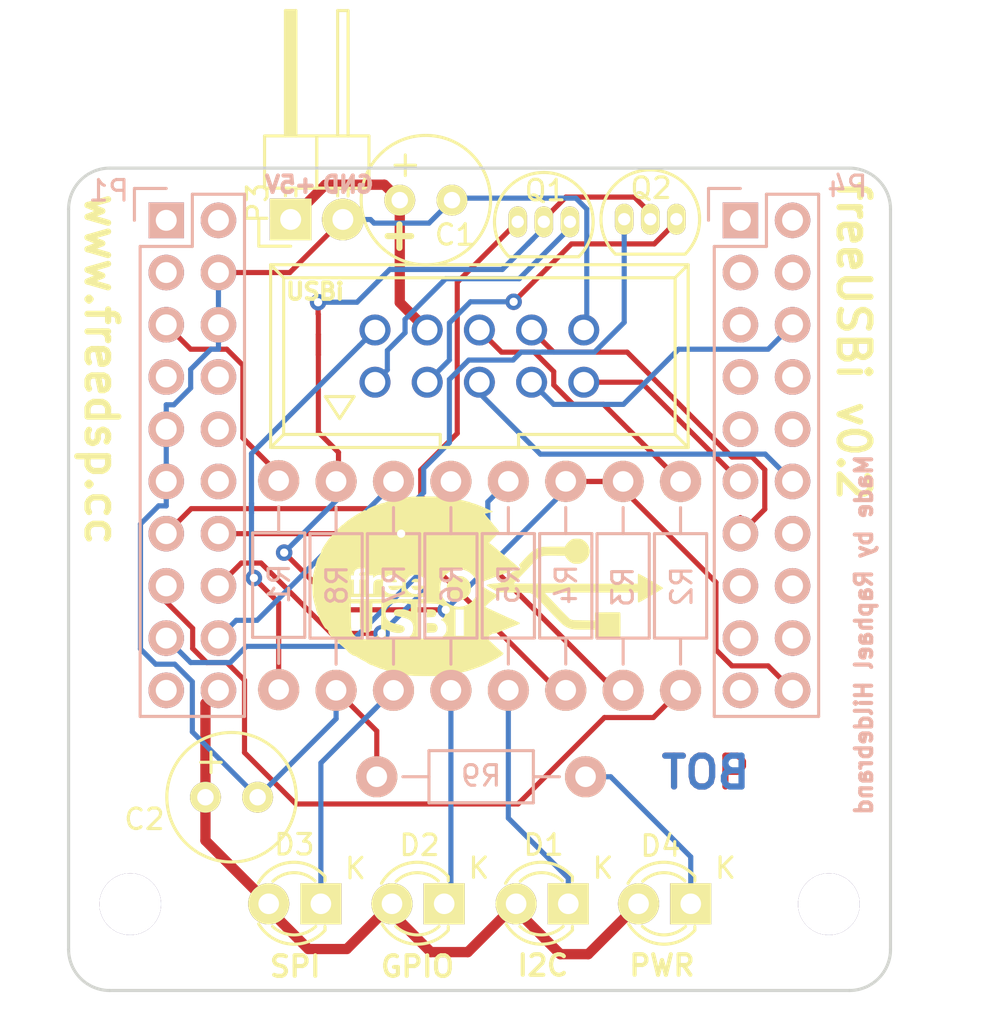
<source format=kicad_pcb>
(kicad_pcb (version 20171130) (host pcbnew "(5.1.12)-1")

  (general
    (thickness 1.6)
    (drawings 21)
    (tracks 258)
    (zones 0)
    (modules 24)
    (nets 47)
  )

  (page A4)
  (layers
    (0 F.Cu signal)
    (31 B.Cu signal)
    (32 B.Adhes user)
    (33 F.Adhes user)
    (34 B.Paste user)
    (35 F.Paste user)
    (36 B.SilkS user hide)
    (37 F.SilkS user)
    (38 B.Mask user hide)
    (39 F.Mask user hide)
    (40 Dwgs.User user)
    (41 Cmts.User user)
    (42 Eco1.User user)
    (43 Eco2.User user)
    (44 Edge.Cuts user)
    (45 Margin user)
    (46 B.CrtYd user)
    (47 F.CrtYd user)
    (48 B.Fab user)
    (49 F.Fab user)
  )

  (setup
    (last_trace_width 0.25)
    (trace_clearance 0.2)
    (zone_clearance 0.508)
    (zone_45_only no)
    (trace_min 0.2)
    (via_size 0.8)
    (via_drill 0.4)
    (via_min_size 0.8)
    (via_min_drill 0.3)
    (uvia_size 0.3)
    (uvia_drill 0.1)
    (uvias_allowed no)
    (uvia_min_size 0.2)
    (uvia_min_drill 0.1)
    (edge_width 0.15)
    (segment_width 0.2)
    (pcb_text_width 0.3)
    (pcb_text_size 1.5 1.5)
    (mod_edge_width 0.15)
    (mod_text_size 1 1)
    (mod_text_width 0.15)
    (pad_size 1.524 1.524)
    (pad_drill 0.762)
    (pad_to_mask_clearance 0.2)
    (aux_axis_origin 100 180)
    (visible_elements 7FFFFFFF)
    (pcbplotparams
      (layerselection 0x010f8_80000001)
      (usegerberextensions true)
      (usegerberattributes true)
      (usegerberadvancedattributes true)
      (creategerberjobfile true)
      (excludeedgelayer true)
      (linewidth 0.150000)
      (plotframeref false)
      (viasonmask false)
      (mode 1)
      (useauxorigin true)
      (hpglpennumber 1)
      (hpglpenspeed 20)
      (hpglpendiameter 15.000000)
      (psnegative false)
      (psa4output false)
      (plotreference true)
      (plotvalue false)
      (plotinvisibletext false)
      (padsonsilk false)
      (subtractmaskfromsilk true)
      (outputformat 1)
      (mirror false)
      (drillshape 0)
      (scaleselection 1)
      (outputdirectory "GERBER/"))
  )

  (net 0 "")
  (net 1 GND)
  (net 2 +5VD)
  (net 3 "Net-(D1-Pad1)")
  (net 4 +3V3)
  (net 5 "Net-(D2-Pad1)")
  (net 6 "Net-(D3-Pad1)")
  (net 7 "Net-(D4-Pad1)")
  (net 8 "Net-(P1-Pad1)")
  (net 9 "Net-(P1-Pad2)")
  (net 10 "Net-(P1-Pad3)")
  (net 11 "Net-(P1-Pad5)")
  (net 12 "Net-(P1-Pad7)")
  (net 13 "Net-(P1-Pad8)")
  (net 14 "Net-(P1-Pad12)")
  (net 15 SCL)
  (net 16 SDA)
  (net 17 "Net-(P1-Pad15)")
  (net 18 LED_1)
  (net 19 LED_2)
  (net 20 LED_3)
  (net 21 "Net-(P2-Pad1)")
  (net 22 USB_CLK)
  (net 23 "Net-(P2-Pad3)")
  (net 24 COUT)
  (net 25 BRD_~RESET)
  (net 26 CCLK)
  (net 27 CDATA)
  (net 28 ~CLATCH1)
  (net 29 "Net-(P4-Pad1)")
  (net 30 "Net-(P4-Pad2)")
  (net 31 "Net-(P4-Pad3)")
  (net 32 "Net-(P4-Pad4)")
  (net 33 "Net-(P4-Pad5)")
  (net 34 "Net-(P4-Pad7)")
  (net 35 "Net-(P4-Pad8)")
  (net 36 "Net-(P4-Pad9)")
  (net 37 "Net-(P4-Pad10)")
  (net 38 "Net-(P4-Pad14)")
  (net 39 "Net-(P4-Pad15)")
  (net 40 "Net-(P4-Pad16)")
  (net 41 "Net-(P4-Pad17)")
  (net 42 "Net-(P4-Pad18)")
  (net 43 "Net-(P4-Pad19)")
  (net 44 USB_PWR_ON)
  (net 45 "Net-(P1-Pad10)")
  (net 46 "Net-(P1-Pad19)")

  (net_class Default "Dies ist die voreingestellte Netzklasse."
    (clearance 0.2)
    (trace_width 0.25)
    (via_dia 0.8)
    (via_drill 0.4)
    (uvia_dia 0.3)
    (uvia_drill 0.1)
    (add_net +3V3)
    (add_net +5VD)
    (add_net BRD_~RESET)
    (add_net CCLK)
    (add_net CDATA)
    (add_net COUT)
    (add_net GND)
    (add_net LED_1)
    (add_net LED_2)
    (add_net LED_3)
    (add_net "Net-(D1-Pad1)")
    (add_net "Net-(D2-Pad1)")
    (add_net "Net-(D3-Pad1)")
    (add_net "Net-(D4-Pad1)")
    (add_net "Net-(P1-Pad1)")
    (add_net "Net-(P1-Pad10)")
    (add_net "Net-(P1-Pad12)")
    (add_net "Net-(P1-Pad15)")
    (add_net "Net-(P1-Pad19)")
    (add_net "Net-(P1-Pad2)")
    (add_net "Net-(P1-Pad3)")
    (add_net "Net-(P1-Pad5)")
    (add_net "Net-(P1-Pad7)")
    (add_net "Net-(P1-Pad8)")
    (add_net "Net-(P2-Pad1)")
    (add_net "Net-(P2-Pad3)")
    (add_net "Net-(P4-Pad1)")
    (add_net "Net-(P4-Pad10)")
    (add_net "Net-(P4-Pad14)")
    (add_net "Net-(P4-Pad15)")
    (add_net "Net-(P4-Pad16)")
    (add_net "Net-(P4-Pad17)")
    (add_net "Net-(P4-Pad18)")
    (add_net "Net-(P4-Pad19)")
    (add_net "Net-(P4-Pad2)")
    (add_net "Net-(P4-Pad3)")
    (add_net "Net-(P4-Pad4)")
    (add_net "Net-(P4-Pad5)")
    (add_net "Net-(P4-Pad7)")
    (add_net "Net-(P4-Pad8)")
    (add_net "Net-(P4-Pad9)")
    (add_net SCL)
    (add_net SDA)
    (add_net USB_CLK)
    (add_net USB_PWR_ON)
    (add_net ~CLATCH1)
  )

  (module Resistors_ThroughHole:Resistor_Horizontal_RM10mm (layer B.Cu) (tedit 55E061C7) (tstamp 55DF0450)
    (at 118.606 160.32 90)
    (descr "Resistor, Axial,  RM 10mm, 1/3W,")
    (tags "Resistor, Axial, RM 10mm, 1/3W,")
    (path /55DCB6ED)
    (fp_text reference R6 (at 0.0806 0.0527 90) (layer B.SilkS)
      (effects (font (size 1 1) (thickness 0.15)) (justify mirror))
    )
    (fp_text value 470R (at 0.2159 0.7742 90) (layer B.SilkS) hide
      (effects (font (size 1 1) (thickness 0.15)) (justify mirror))
    )
    (fp_line (start 2.54 0) (end 3.81 0) (layer B.SilkS) (width 0.15))
    (fp_line (start -2.54 0) (end -3.81 0) (layer B.SilkS) (width 0.15))
    (fp_line (start -2.54 -1.27) (end -2.54 1.27) (layer B.SilkS) (width 0.15))
    (fp_line (start 2.54 -1.27) (end -2.54 -1.27) (layer B.SilkS) (width 0.15))
    (fp_line (start 2.54 1.27) (end 2.54 -1.27) (layer B.SilkS) (width 0.15))
    (fp_line (start -2.54 1.27) (end 2.54 1.27) (layer B.SilkS) (width 0.15))
    (pad 1 thru_hole circle (at -5.08 0 90) (size 1.99898 1.99898) (drill 1.00076) (layers *.Cu *.SilkS *.Mask)
      (net 5 "Net-(D2-Pad1)"))
    (pad 2 thru_hole circle (at 5.08 0 90) (size 1.99898 1.99898) (drill 1.00076) (layers *.Cu *.SilkS *.Mask)
      (net 19 LED_2))
    (model Resistors_ThroughHole.3dshapes/Resistor_Horizontal_RM10mm.wrl
      (at (xyz 0 0 0))
      (scale (xyz 0.4 0.4 0.4))
      (rotate (xyz 0 0 0))
    )
  )

  (module Socket_Strips:Socket_Strip_Straight_2x10 (layer B.Cu) (tedit 0) (tstamp 55DF03F3)
    (at 104.752 142.54 270)
    (descr "Through hole socket strip")
    (tags "socket strip")
    (path /55DC68F9)
    (fp_text reference P1 (at -1.4395 2.7959) (layer B.SilkS)
      (effects (font (size 1 1) (thickness 0.15)) (justify mirror))
    )
    (fp_text value CONN_02X10 (at 0 3.1 270) (layer B.Fab)
      (effects (font (size 1 1) (thickness 0.15)) (justify mirror))
    )
    (fp_line (start -1.55 1.55) (end -1.55 0) (layer B.SilkS) (width 0.15))
    (fp_line (start 1.27 -1.27) (end 1.27 1.27) (layer B.SilkS) (width 0.15))
    (fp_line (start -1.27 -1.27) (end 1.27 -1.27) (layer B.SilkS) (width 0.15))
    (fp_line (start 0 1.55) (end -1.55 1.55) (layer B.SilkS) (width 0.15))
    (fp_line (start -1.27 -3.81) (end -1.27 -1.27) (layer B.SilkS) (width 0.15))
    (fp_line (start 24.13 -3.81) (end 24.13 1.27) (layer B.SilkS) (width 0.15))
    (fp_line (start 1.27 1.27) (end 24.13 1.27) (layer B.SilkS) (width 0.15))
    (fp_line (start 24.13 -3.81) (end -1.27 -3.81) (layer B.SilkS) (width 0.15))
    (fp_line (start -1.75 -4.3) (end 24.65 -4.3) (layer B.CrtYd) (width 0.05))
    (fp_line (start -1.75 1.75) (end 24.65 1.75) (layer B.CrtYd) (width 0.05))
    (fp_line (start 24.65 1.75) (end 24.65 -4.3) (layer B.CrtYd) (width 0.05))
    (fp_line (start -1.75 1.75) (end -1.75 -4.3) (layer B.CrtYd) (width 0.05))
    (pad 1 thru_hole rect (at 0 0 270) (size 1.7272 1.7272) (drill 1.016) (layers *.Cu *.Mask B.SilkS)
      (net 8 "Net-(P1-Pad1)"))
    (pad 2 thru_hole oval (at 0 -2.54 270) (size 1.7272 1.7272) (drill 1.016) (layers *.Cu *.Mask B.SilkS)
      (net 9 "Net-(P1-Pad2)"))
    (pad 3 thru_hole oval (at 2.54 0 270) (size 1.7272 1.7272) (drill 1.016) (layers *.Cu *.Mask B.SilkS)
      (net 10 "Net-(P1-Pad3)"))
    (pad 4 thru_hole oval (at 2.54 -2.54 270) (size 1.7272 1.7272) (drill 1.016) (layers *.Cu *.Mask B.SilkS)
      (net 1 GND))
    (pad 5 thru_hole oval (at 5.08 0 270) (size 1.7272 1.7272) (drill 1.016) (layers *.Cu *.Mask B.SilkS)
      (net 11 "Net-(P1-Pad5)"))
    (pad 6 thru_hole oval (at 5.08 -2.54 270) (size 1.7272 1.7272) (drill 1.016) (layers *.Cu *.Mask B.SilkS)
      (net 1 GND))
    (pad 7 thru_hole oval (at 7.62 0 270) (size 1.7272 1.7272) (drill 1.016) (layers *.Cu *.Mask B.SilkS)
      (net 12 "Net-(P1-Pad7)"))
    (pad 8 thru_hole oval (at 7.62 -2.54 270) (size 1.7272 1.7272) (drill 1.016) (layers *.Cu *.Mask B.SilkS)
      (net 13 "Net-(P1-Pad8)"))
    (pad 9 thru_hole oval (at 10.16 0 270) (size 1.7272 1.7272) (drill 1.016) (layers *.Cu *.Mask B.SilkS)
      (net 1 GND))
    (pad 10 thru_hole oval (at 10.16 -2.54 270) (size 1.7272 1.7272) (drill 1.016) (layers *.Cu *.Mask B.SilkS)
      (net 45 "Net-(P1-Pad10)"))
    (pad 11 thru_hole oval (at 12.7 0 270) (size 1.7272 1.7272) (drill 1.016) (layers *.Cu *.Mask B.SilkS)
      (net 1 GND))
    (pad 12 thru_hole oval (at 12.7 -2.54 270) (size 1.7272 1.7272) (drill 1.016) (layers *.Cu *.Mask B.SilkS)
      (net 14 "Net-(P1-Pad12)"))
    (pad 13 thru_hole oval (at 15.24 0 270) (size 1.7272 1.7272) (drill 1.016) (layers *.Cu *.Mask B.SilkS)
      (net 15 SCL))
    (pad 14 thru_hole oval (at 15.24 -2.54 270) (size 1.7272 1.7272) (drill 1.016) (layers *.Cu *.Mask B.SilkS)
      (net 16 SDA))
    (pad 15 thru_hole oval (at 17.78 0 270) (size 1.7272 1.7272) (drill 1.016) (layers *.Cu *.Mask B.SilkS)
      (net 17 "Net-(P1-Pad15)"))
    (pad 16 thru_hole oval (at 17.78 -2.54 270) (size 1.7272 1.7272) (drill 1.016) (layers *.Cu *.Mask B.SilkS)
      (net 18 LED_1))
    (pad 17 thru_hole oval (at 20.32 0 270) (size 1.7272 1.7272) (drill 1.016) (layers *.Cu *.Mask B.SilkS)
      (net 19 LED_2))
    (pad 18 thru_hole oval (at 20.32 -2.54 270) (size 1.7272 1.7272) (drill 1.016) (layers *.Cu *.Mask B.SilkS)
      (net 20 LED_3))
    (pad 19 thru_hole oval (at 22.86 0 270) (size 1.7272 1.7272) (drill 1.016) (layers *.Cu *.Mask B.SilkS)
      (net 46 "Net-(P1-Pad19)"))
    (pad 20 thru_hole oval (at 22.86 -2.54 270) (size 1.7272 1.7272) (drill 1.016) (layers *.Cu *.Mask B.SilkS)
      (net 4 +3V3))
    (model Socket_Strips.3dshapes/Socket_Strip_Straight_2x10.wrl
      (offset (xyz 11.42999982833862 -1.269999980926514 0))
      (scale (xyz 1 1 1))
      (rotate (xyz 0 0 180))
    )
  )

  (module Socket_Strips:Socket_Strip_Straight_2x10 (layer B.Cu) (tedit 0) (tstamp 55DF041E)
    (at 132.692 142.54 270)
    (descr "Through hole socket strip")
    (tags "socket strip")
    (path /55DC6A0D)
    (fp_text reference P4 (at -1.6554 -5.2051) (layer B.SilkS)
      (effects (font (size 1 1) (thickness 0.15)) (justify mirror))
    )
    (fp_text value CONN_02X10 (at 0 3.1 270) (layer B.Fab)
      (effects (font (size 1 1) (thickness 0.15)) (justify mirror))
    )
    (fp_line (start -1.55 1.55) (end -1.55 0) (layer B.SilkS) (width 0.15))
    (fp_line (start 1.27 -1.27) (end 1.27 1.27) (layer B.SilkS) (width 0.15))
    (fp_line (start -1.27 -1.27) (end 1.27 -1.27) (layer B.SilkS) (width 0.15))
    (fp_line (start 0 1.55) (end -1.55 1.55) (layer B.SilkS) (width 0.15))
    (fp_line (start -1.27 -3.81) (end -1.27 -1.27) (layer B.SilkS) (width 0.15))
    (fp_line (start 24.13 -3.81) (end 24.13 1.27) (layer B.SilkS) (width 0.15))
    (fp_line (start 1.27 1.27) (end 24.13 1.27) (layer B.SilkS) (width 0.15))
    (fp_line (start 24.13 -3.81) (end -1.27 -3.81) (layer B.SilkS) (width 0.15))
    (fp_line (start -1.75 -4.3) (end 24.65 -4.3) (layer B.CrtYd) (width 0.05))
    (fp_line (start -1.75 1.75) (end 24.65 1.75) (layer B.CrtYd) (width 0.05))
    (fp_line (start 24.65 1.75) (end 24.65 -4.3) (layer B.CrtYd) (width 0.05))
    (fp_line (start -1.75 1.75) (end -1.75 -4.3) (layer B.CrtYd) (width 0.05))
    (pad 1 thru_hole rect (at 0 0 270) (size 1.7272 1.7272) (drill 1.016) (layers *.Cu *.Mask B.SilkS)
      (net 29 "Net-(P4-Pad1)"))
    (pad 2 thru_hole oval (at 0 -2.54 270) (size 1.7272 1.7272) (drill 1.016) (layers *.Cu *.Mask B.SilkS)
      (net 30 "Net-(P4-Pad2)"))
    (pad 3 thru_hole oval (at 2.54 0 270) (size 1.7272 1.7272) (drill 1.016) (layers *.Cu *.Mask B.SilkS)
      (net 31 "Net-(P4-Pad3)"))
    (pad 4 thru_hole oval (at 2.54 -2.54 270) (size 1.7272 1.7272) (drill 1.016) (layers *.Cu *.Mask B.SilkS)
      (net 32 "Net-(P4-Pad4)"))
    (pad 5 thru_hole oval (at 5.08 0 270) (size 1.7272 1.7272) (drill 1.016) (layers *.Cu *.Mask B.SilkS)
      (net 33 "Net-(P4-Pad5)"))
    (pad 6 thru_hole oval (at 5.08 -2.54 270) (size 1.7272 1.7272) (drill 1.016) (layers *.Cu *.Mask B.SilkS)
      (net 26 CCLK))
    (pad 7 thru_hole oval (at 7.62 0 270) (size 1.7272 1.7272) (drill 1.016) (layers *.Cu *.Mask B.SilkS)
      (net 34 "Net-(P4-Pad7)"))
    (pad 8 thru_hole oval (at 7.62 -2.54 270) (size 1.7272 1.7272) (drill 1.016) (layers *.Cu *.Mask B.SilkS)
      (net 35 "Net-(P4-Pad8)"))
    (pad 9 thru_hole oval (at 10.16 0 270) (size 1.7272 1.7272) (drill 1.016) (layers *.Cu *.Mask B.SilkS)
      (net 36 "Net-(P4-Pad9)"))
    (pad 10 thru_hole oval (at 10.16 -2.54 270) (size 1.7272 1.7272) (drill 1.016) (layers *.Cu *.Mask B.SilkS)
      (net 37 "Net-(P4-Pad10)"))
    (pad 11 thru_hole oval (at 12.7 0 270) (size 1.7272 1.7272) (drill 1.016) (layers *.Cu *.Mask B.SilkS)
      (net 28 ~CLATCH1))
    (pad 12 thru_hole oval (at 12.7 -2.54 270) (size 1.7272 1.7272) (drill 1.016) (layers *.Cu *.Mask B.SilkS)
      (net 24 COUT))
    (pad 13 thru_hole oval (at 15.24 0 270) (size 1.7272 1.7272) (drill 1.016) (layers *.Cu *.Mask B.SilkS)
      (net 27 CDATA))
    (pad 14 thru_hole oval (at 15.24 -2.54 270) (size 1.7272 1.7272) (drill 1.016) (layers *.Cu *.Mask B.SilkS)
      (net 38 "Net-(P4-Pad14)"))
    (pad 15 thru_hole oval (at 17.78 0 270) (size 1.7272 1.7272) (drill 1.016) (layers *.Cu *.Mask B.SilkS)
      (net 39 "Net-(P4-Pad15)"))
    (pad 16 thru_hole oval (at 17.78 -2.54 270) (size 1.7272 1.7272) (drill 1.016) (layers *.Cu *.Mask B.SilkS)
      (net 40 "Net-(P4-Pad16)"))
    (pad 17 thru_hole oval (at 20.32 0 270) (size 1.7272 1.7272) (drill 1.016) (layers *.Cu *.Mask B.SilkS)
      (net 41 "Net-(P4-Pad17)"))
    (pad 18 thru_hole oval (at 20.32 -2.54 270) (size 1.7272 1.7272) (drill 1.016) (layers *.Cu *.Mask B.SilkS)
      (net 42 "Net-(P4-Pad18)"))
    (pad 19 thru_hole oval (at 22.86 0 270) (size 1.7272 1.7272) (drill 1.016) (layers *.Cu *.Mask B.SilkS)
      (net 43 "Net-(P4-Pad19)"))
    (pad 20 thru_hole oval (at 22.86 -2.54 270) (size 1.7272 1.7272) (drill 1.016) (layers *.Cu *.Mask B.SilkS)
      (net 44 USB_PWR_ON))
    (model Socket_Strips.3dshapes/Socket_Strip_Straight_2x10.wrl
      (offset (xyz 11.42999982833862 -1.269999980926514 0))
      (scale (xyz 1 1 1))
      (rotate (xyz 0 0 180))
    )
  )

  (module Mounting_Holes:MountingHole_3mm (layer F.Cu) (tedit 55E057AC) (tstamp 55E030F8)
    (at 137 175.8)
    (descr "Mounting hole, Befestigungsbohrung, 3mm, No Annular, Kein Restring,")
    (tags "Mounting hole, Befestigungsbohrung, 3mm, No Annular, Kein Restring,")
    (fp_text reference REF**_2 (at 0 -4.0005) (layer F.SilkS) hide
      (effects (font (size 1 1) (thickness 0.15)))
    )
    (fp_text value MountingHole_3mm (at 1.00076 5.00126) (layer F.Fab)
      (effects (font (size 1 1) (thickness 0.15)))
    )
    (fp_circle (center 0 0) (end 3 0) (layer Cmts.User) (width 0.381))
    (pad 1 thru_hole circle (at 0 0) (size 3 3) (drill 3) (layers *.Cu *.Mask))
  )

  (module Connect:VASCH5x2 (layer F.Cu) (tedit 55E055E9) (tstamp 55DF0401)
    (at 119.992 149.144)
    (descr CONNECTOR)
    (tags CONNECTOR)
    (path /55DC6F72)
    (attr virtual)
    (fp_text reference P2 (at -2.14376 -5.1054) (layer F.SilkS) hide
      (effects (font (size 1 1) (thickness 0.15)))
    )
    (fp_text value CONN_02X05 (at 1.27 6.35) (layer F.Fab)
      (effects (font (size 1 1) (thickness 0.15)))
    )
    (fp_line (start -6.09854 1.9685) (end -7.49808 1.9685) (layer F.SilkS) (width 0.15))
    (fp_line (start -6.79958 3.03784) (end -6.09854 1.9685) (layer F.SilkS) (width 0.15))
    (fp_line (start -7.49808 1.9685) (end -6.79958 3.03784) (layer F.SilkS) (width 0.15))
    (fp_line (start 10.16 -4.445) (end 10.16 4.445) (layer F.SilkS) (width 0.15))
    (fp_line (start -10.16 -4.445) (end -10.16 4.445) (layer F.SilkS) (width 0.15))
    (fp_line (start 10.16 -4.445) (end -10.16 -4.445) (layer F.SilkS) (width 0.15))
    (fp_line (start -10.16 4.445) (end 10.16 4.445) (layer F.SilkS) (width 0.15))
    (fp_line (start -1.905 3.81) (end -1.905 4.445) (layer F.SilkS) (width 0.15))
    (fp_line (start -9.525 3.81) (end -1.905 3.81) (layer F.SilkS) (width 0.15))
    (fp_line (start -9.525 -3.81) (end -9.525 3.81) (layer F.SilkS) (width 0.15))
    (fp_line (start 9.525 -3.81) (end -9.525 -3.81) (layer F.SilkS) (width 0.15))
    (fp_line (start 9.525 3.81) (end 9.525 -3.81) (layer F.SilkS) (width 0.15))
    (fp_line (start 1.905 3.81) (end 9.525 3.81) (layer F.SilkS) (width 0.15))
    (fp_line (start 1.905 4.445) (end 1.905 3.81) (layer F.SilkS) (width 0.15))
    (fp_line (start 9.525 -3.81) (end 10.16 -4.445) (layer F.SilkS) (width 0.15))
    (fp_line (start 9.525 3.81) (end 10.16 4.445) (layer F.SilkS) (width 0.15))
    (fp_line (start -9.525 3.81) (end -10.16 4.445) (layer F.SilkS) (width 0.15))
    (fp_line (start -9.525 -3.81) (end -10.16 -4.445) (layer F.SilkS) (width 0.15))
    (pad 1 thru_hole circle (at -5.08 1.27) (size 1.50622 1.50622) (drill 0.99822) (layers *.Cu *.Mask)
      (net 21 "Net-(P2-Pad1)"))
    (pad 2 thru_hole circle (at -5.08 -1.27) (size 1.50622 1.50622) (drill 0.99822) (layers *.Cu *.Mask)
      (net 22 USB_CLK))
    (pad 3 thru_hole circle (at -2.54 1.27) (size 1.50622 1.50622) (drill 0.99822) (layers *.Cu *.Mask)
      (net 23 "Net-(P2-Pad3)"))
    (pad 4 thru_hole circle (at -2.54 -1.27) (size 1.50622 1.50622) (drill 0.99822) (layers *.Cu *.Mask)
      (net 2 +5VD))
    (pad 5 thru_hole circle (at 0 1.27) (size 1.50622 1.50622) (drill 0.99822) (layers *.Cu *.Mask)
      (net 24 COUT))
    (pad 6 thru_hole circle (at 0 -1.27) (size 1.50622 1.50622) (drill 0.99822) (layers *.Cu *.Mask)
      (net 25 BRD_~RESET))
    (pad 7 thru_hole circle (at 2.54 1.27) (size 1.50622 1.50622) (drill 0.99822) (layers *.Cu *.Mask)
      (net 26 CCLK))
    (pad 8 thru_hole circle (at 2.54 -1.27) (size 1.50622 1.50622) (drill 0.99822) (layers *.Cu *.Mask)
      (net 27 CDATA))
    (pad 9 thru_hole circle (at 5.08 1.27) (size 1.50622 1.50622) (drill 0.99822) (layers *.Cu *.Mask)
      (net 28 ~CLATCH1))
    (pad 10 thru_hole circle (at 5.08 -1.27) (size 1.50622 1.50622) (drill 0.99822) (layers *.Cu *.Mask)
      (net 1 GND))
  )

  (module Capacitors_Elko_ThroughHole:Elko_vert_11.2x6.3mm_RM2.5_CopperClear (layer F.Cu) (tedit 55E00B2C) (tstamp 55DF03C3)
    (at 116.117 141.558)
    (descr "Electrolytic Capacitor, vertical, diameter 6,3mm, RM 2,5mm, CopperClear, radial,")
    (tags "Electrolytic Capacitor, vertical, diameter 6,3mm, RM 2,5mm, Elko, Electrolytkondensator, Kondensator gepolt, Durchmesser 6,3mm, CopperClear, radial,")
    (path /55DD3110)
    (fp_text reference C1 (at 2.6832 1.6891) (layer F.SilkS)
      (effects (font (size 1 1) (thickness 0.15)))
    )
    (fp_text value 100u (at 1.74244 -4.43992) (layer F.Fab) hide
      (effects (font (size 1 1) (thickness 0.15)))
    )
    (fp_circle (center 1.27 0) (end 4.4196 0) (layer F.SilkS) (width 0.15))
    (fp_line (start 0.26924 -1.30048) (end 0.26924 -1.19888) (layer F.SilkS) (width 0.15))
    (fp_line (start 0.26924 -1.69926) (end 0.26924 -1.30048) (layer F.SilkS) (width 0.15))
    (fp_line (start -0.23114 -1.69926) (end 0.26924 -1.69926) (layer F.SilkS) (width 0.15))
    (fp_line (start 0.26924 -1.69926) (end 0.26924 -2.19964) (layer F.SilkS) (width 0.15))
    (fp_line (start 0.26924 -1.69926) (end 0.76962 -1.69926) (layer F.SilkS) (width 0.15))
    (pad 2 thru_hole circle (at 2.54 0) (size 1.50114 1.50114) (drill 0.8001) (layers *.Cu *.Mask F.SilkS)
      (net 1 GND))
    (pad 1 thru_hole circle (at 0 0) (size 1.50114 1.50114) (drill 0.8001) (layers *.Cu *.Mask F.SilkS)
      (net 2 +5VD))
    (model Capacitors_Elko_ThroughHole.3dshapes/Elko_vert_11.2x6.3mm_RM2.5_CopperClear.wrl
      (at (xyz 0 0 0))
      (scale (xyz 1 1 1))
      (rotate (xyz 0 0 0))
    )
  )

  (module LEDs:LED-3MM (layer F.Cu) (tedit 55E008E3) (tstamp 55DF03C9)
    (at 124.318 175.784 180)
    (descr "LED 3mm round vertical")
    (tags "LED  3mm round vertical")
    (path /55DCA6C7)
    (fp_text reference D1 (at 1.2023 2.8647 180) (layer F.SilkS)
      (effects (font (size 1 1) (thickness 0.15)))
    )
    (fp_text value LED (at 1.30992 2.98104 180) (layer F.Fab) hide
      (effects (font (size 1 1) (thickness 0.15)))
    )
    (fp_line (start -0.199 -1.28) (end -0.199 -1.1) (layer F.SilkS) (width 0.15))
    (fp_line (start -0.199 1.314) (end -0.199 1.114) (layer F.SilkS) (width 0.15))
    (fp_line (start -1.2 -2.2) (end -1.2 2.3) (layer F.CrtYd) (width 0.05))
    (fp_line (start 3.8 -2.2) (end -1.2 -2.2) (layer F.CrtYd) (width 0.05))
    (fp_line (start 3.8 2.3) (end 3.8 -2.2) (layer F.CrtYd) (width 0.05))
    (fp_line (start -1.2 2.3) (end 3.8 2.3) (layer F.CrtYd) (width 0.05))
    (fp_text user K (at -1.69 1.74 180) (layer F.SilkS)
      (effects (font (size 1 1) (thickness 0.15)))
    )
    (fp_arc (start 1.301 0.034) (end -0.199 -1.286) (angle 108.5) (layer F.SilkS) (width 0.15))
    (fp_arc (start 1.301 0.034) (end 0.25 -1.1) (angle 85.7) (layer F.SilkS) (width 0.15))
    (fp_arc (start 1.311 0.034) (end 3.051 0.994) (angle 110) (layer F.SilkS) (width 0.15))
    (fp_arc (start 1.301 0.034) (end 2.335 1.094) (angle 87.5) (layer F.SilkS) (width 0.15))
    (pad 1 thru_hole rect (at 0 0 270) (size 2 2) (drill 1.00076) (layers *.Cu *.Mask F.SilkS)
      (net 3 "Net-(D1-Pad1)"))
    (pad 2 thru_hole circle (at 2.54 0 180) (size 2 2) (drill 1.00076) (layers *.Cu *.Mask F.SilkS)
      (net 4 +3V3))
    (model LEDs.3dshapes/LED-3MM.wrl
      (offset (xyz 1.269999980926514 0 0))
      (scale (xyz 1 1 1))
      (rotate (xyz 0 0 90))
    )
  )

  (module LEDs:LED-3MM (layer F.Cu) (tedit 55E008FA) (tstamp 55DF03CF)
    (at 118.278 175.784 180)
    (descr "LED 3mm round vertical")
    (tags "LED  3mm round vertical")
    (path /55DCA733)
    (fp_text reference D2 (at 1.2 2.85 180) (layer F.SilkS)
      (effects (font (size 1 1) (thickness 0.15)))
    )
    (fp_text value LED (at 1.3 -2.9 180) (layer F.Fab) hide
      (effects (font (size 1 1) (thickness 0.15)))
    )
    (fp_line (start -0.199 -1.28) (end -0.199 -1.1) (layer F.SilkS) (width 0.15))
    (fp_line (start -0.199 1.314) (end -0.199 1.114) (layer F.SilkS) (width 0.15))
    (fp_line (start -1.2 -2.2) (end -1.2 2.3) (layer F.CrtYd) (width 0.05))
    (fp_line (start 3.8 -2.2) (end -1.2 -2.2) (layer F.CrtYd) (width 0.05))
    (fp_line (start 3.8 2.3) (end 3.8 -2.2) (layer F.CrtYd) (width 0.05))
    (fp_line (start -1.2 2.3) (end 3.8 2.3) (layer F.CrtYd) (width 0.05))
    (fp_text user K (at -1.69 1.74 180) (layer F.SilkS)
      (effects (font (size 1 1) (thickness 0.15)))
    )
    (fp_arc (start 1.301 0.034) (end -0.199 -1.286) (angle 108.5) (layer F.SilkS) (width 0.15))
    (fp_arc (start 1.301 0.034) (end 0.25 -1.1) (angle 85.7) (layer F.SilkS) (width 0.15))
    (fp_arc (start 1.311 0.034) (end 3.051 0.994) (angle 110) (layer F.SilkS) (width 0.15))
    (fp_arc (start 1.301 0.034) (end 2.335 1.094) (angle 87.5) (layer F.SilkS) (width 0.15))
    (pad 1 thru_hole rect (at 0 0 270) (size 2 2) (drill 1.00076) (layers *.Cu *.Mask F.SilkS)
      (net 5 "Net-(D2-Pad1)"))
    (pad 2 thru_hole circle (at 2.54 0 180) (size 2 2) (drill 1.00076) (layers *.Cu *.Mask F.SilkS)
      (net 4 +3V3))
    (model LEDs.3dshapes/LED-3MM.wrl
      (offset (xyz 1.269999980926514 0 0))
      (scale (xyz 1 1 1))
      (rotate (xyz 0 0 90))
    )
  )

  (module LEDs:LED-3MM (layer F.Cu) (tedit 0) (tstamp 55DF03D5)
    (at 112.278 175.784 180)
    (descr "LED 3mm round vertical")
    (tags "LED  3mm round vertical")
    (path /55DCA7A3)
    (fp_text reference D3 (at 1.2912 2.8774 180) (layer F.SilkS)
      (effects (font (size 1 1) (thickness 0.15)))
    )
    (fp_text value LED (at -0.66616 3.2714 180) (layer F.Fab) hide
      (effects (font (size 1 1) (thickness 0.15)))
    )
    (fp_line (start -0.199 -1.28) (end -0.199 -1.1) (layer F.SilkS) (width 0.15))
    (fp_line (start -0.199 1.314) (end -0.199 1.114) (layer F.SilkS) (width 0.15))
    (fp_line (start -1.2 -2.2) (end -1.2 2.3) (layer F.CrtYd) (width 0.05))
    (fp_line (start 3.8 -2.2) (end -1.2 -2.2) (layer F.CrtYd) (width 0.05))
    (fp_line (start 3.8 2.3) (end 3.8 -2.2) (layer F.CrtYd) (width 0.05))
    (fp_line (start -1.2 2.3) (end 3.8 2.3) (layer F.CrtYd) (width 0.05))
    (fp_text user K (at -1.68 1.72 180) (layer F.SilkS)
      (effects (font (size 1 1) (thickness 0.15)))
    )
    (fp_arc (start 1.301 0.034) (end -0.199 -1.286) (angle 108.5) (layer F.SilkS) (width 0.15))
    (fp_arc (start 1.301 0.034) (end 0.25 -1.1) (angle 85.7) (layer F.SilkS) (width 0.15))
    (fp_arc (start 1.311 0.034) (end 3.051 0.994) (angle 110) (layer F.SilkS) (width 0.15))
    (fp_arc (start 1.301 0.034) (end 2.335 1.094) (angle 87.5) (layer F.SilkS) (width 0.15))
    (pad 1 thru_hole rect (at 0 0 270) (size 2 2) (drill 1.00076) (layers *.Cu *.Mask F.SilkS)
      (net 6 "Net-(D3-Pad1)"))
    (pad 2 thru_hole circle (at 2.54 0 180) (size 2 2) (drill 1.00076) (layers *.Cu *.Mask F.SilkS)
      (net 4 +3V3))
    (model LEDs.3dshapes/LED-3MM.wrl
      (offset (xyz 1.269999980926514 0 0))
      (scale (xyz 1 1 1))
      (rotate (xyz 0 0 90))
    )
  )

  (module LEDs:LED-3MM (layer F.Cu) (tedit 55E0091A) (tstamp 55DF03DB)
    (at 130.278 175.784 180)
    (descr "LED 3mm round vertical")
    (tags "LED  3mm round vertical")
    (path /55DE29FA)
    (fp_text reference D4 (at 1.469 2.8139 180) (layer F.SilkS)
      (effects (font (size 1 1) (thickness 0.15)))
    )
    (fp_text value LED (at 2.59132 3.3114 180) (layer F.Fab) hide
      (effects (font (size 1 1) (thickness 0.15)))
    )
    (fp_line (start -0.199 -1.28) (end -0.199 -1.1) (layer F.SilkS) (width 0.15))
    (fp_line (start -0.199 1.314) (end -0.199 1.114) (layer F.SilkS) (width 0.15))
    (fp_line (start -1.2 -2.2) (end -1.2 2.3) (layer F.CrtYd) (width 0.05))
    (fp_line (start 3.8 -2.2) (end -1.2 -2.2) (layer F.CrtYd) (width 0.05))
    (fp_line (start 3.8 2.3) (end 3.8 -2.2) (layer F.CrtYd) (width 0.05))
    (fp_line (start -1.2 2.3) (end 3.8 2.3) (layer F.CrtYd) (width 0.05))
    (fp_text user K (at -1.69 1.74 180) (layer F.SilkS)
      (effects (font (size 1 1) (thickness 0.15)))
    )
    (fp_arc (start 1.301 0.034) (end -0.199 -1.286) (angle 108.5) (layer F.SilkS) (width 0.15))
    (fp_arc (start 1.301 0.034) (end 0.25 -1.1) (angle 85.7) (layer F.SilkS) (width 0.15))
    (fp_arc (start 1.311 0.034) (end 3.051 0.994) (angle 110) (layer F.SilkS) (width 0.15))
    (fp_arc (start 1.301 0.034) (end 2.335 1.094) (angle 87.5) (layer F.SilkS) (width 0.15))
    (pad 1 thru_hole rect (at 0 0 270) (size 2 2) (drill 1.00076) (layers *.Cu *.Mask F.SilkS)
      (net 7 "Net-(D4-Pad1)"))
    (pad 2 thru_hole circle (at 2.54 0 180) (size 2 2) (drill 1.00076) (layers *.Cu *.Mask F.SilkS)
      (net 4 +3V3))
    (model LEDs.3dshapes/LED-3MM.wrl
      (offset (xyz 1.269999980926514 0 0))
      (scale (xyz 1 1 1))
      (rotate (xyz 0 0 90))
    )
  )

  (module Housings_TO-92:TO-92_Inline_Narrow_Oval (layer F.Cu) (tedit 54F24281) (tstamp 55DF0425)
    (at 121.857 142.612)
    (descr "TO-92 leads in-line, narrow, oval pads, drill 0.6mm (see NXP sot054_po.pdf)")
    (tags "to-92 sc-43 sc-43a sot54 PA33 transistor")
    (path /55DD9079)
    (fp_text reference Q1 (at 1.3462 -1.524) (layer F.SilkS)
      (effects (font (size 1 1) (thickness 0.15)))
    )
    (fp_text value Q_NMOS_DGS (at 0 3) (layer F.Fab)
      (effects (font (size 1 1) (thickness 0.15)))
    )
    (fp_line (start 3.95 1.95) (end 3.95 -2.65) (layer F.CrtYd) (width 0.05))
    (fp_line (start -1.4 -2.65) (end 3.95 -2.65) (layer F.CrtYd) (width 0.05))
    (fp_line (start -0.43 1.7) (end 2.97 1.7) (layer F.SilkS) (width 0.15))
    (fp_line (start -1.4 1.95) (end 3.95 1.95) (layer F.CrtYd) (width 0.05))
    (fp_line (start -1.4 1.95) (end -1.4 -2.65) (layer F.CrtYd) (width 0.05))
    (fp_arc (start 1.27 0) (end 1.27 -2.4) (angle -135) (layer F.SilkS) (width 0.15))
    (fp_arc (start 1.27 0) (end 1.27 -2.4) (angle 135) (layer F.SilkS) (width 0.15))
    (pad 2 thru_hole oval (at 1.27 0 180) (size 0.89916 1.50114) (drill 0.6) (layers *.Cu *.Mask F.SilkS)
      (net 44 USB_PWR_ON))
    (pad 3 thru_hole oval (at 2.54 0 180) (size 0.89916 1.50114) (drill 0.6) (layers *.Cu *.Mask F.SilkS)
      (net 21 "Net-(P2-Pad1)"))
    (pad 1 thru_hole oval (at 0 0 180) (size 0.89916 1.50114) (drill 0.6) (layers *.Cu *.Mask F.SilkS)
      (net 15 SCL))
    (model Housings_TO-92.3dshapes/TO-92_Inline_Narrow_Oval.wrl
      (offset (xyz 1.269999980926514 0 0))
      (scale (xyz 1 1 1))
      (rotate (xyz 0 0 -90))
    )
  )

  (module Housings_TO-92:TO-92_Inline_Narrow_Oval (layer F.Cu) (tedit 54F24281) (tstamp 55DF042C)
    (at 127.039 142.485)
    (descr "TO-92 leads in-line, narrow, oval pads, drill 0.6mm (see NXP sot054_po.pdf)")
    (tags "to-92 sc-43 sc-43a sot54 PA33 transistor")
    (path /55DD9A11)
    (fp_text reference Q2 (at 1.3081 -1.5113) (layer F.SilkS)
      (effects (font (size 1 1) (thickness 0.15)))
    )
    (fp_text value Q_NMOS_DGS (at 0 3) (layer F.Fab)
      (effects (font (size 1 1) (thickness 0.15)))
    )
    (fp_line (start 3.95 1.95) (end 3.95 -2.65) (layer F.CrtYd) (width 0.05))
    (fp_line (start -1.4 -2.65) (end 3.95 -2.65) (layer F.CrtYd) (width 0.05))
    (fp_line (start -0.43 1.7) (end 2.97 1.7) (layer F.SilkS) (width 0.15))
    (fp_line (start -1.4 1.95) (end 3.95 1.95) (layer F.CrtYd) (width 0.05))
    (fp_line (start -1.4 1.95) (end -1.4 -2.65) (layer F.CrtYd) (width 0.05))
    (fp_arc (start 1.27 0) (end 1.27 -2.4) (angle -135) (layer F.SilkS) (width 0.15))
    (fp_arc (start 1.27 0) (end 1.27 -2.4) (angle 135) (layer F.SilkS) (width 0.15))
    (pad 2 thru_hole oval (at 1.27 0 180) (size 0.89916 1.50114) (drill 0.6) (layers *.Cu *.Mask F.SilkS)
      (net 44 USB_PWR_ON))
    (pad 3 thru_hole oval (at 2.54 0 180) (size 0.89916 1.50114) (drill 0.6) (layers *.Cu *.Mask F.SilkS)
      (net 23 "Net-(P2-Pad3)"))
    (pad 1 thru_hole oval (at 0 0 180) (size 0.89916 1.50114) (drill 0.6) (layers *.Cu *.Mask F.SilkS)
      (net 16 SDA))
    (model Housings_TO-92.3dshapes/TO-92_Inline_Narrow_Oval.wrl
      (offset (xyz 1.269999980926514 0 0))
      (scale (xyz 1 1 1))
      (rotate (xyz 0 0 -90))
    )
  )

  (module Resistors_ThroughHole:Resistor_Horizontal_RM10mm (layer B.Cu) (tedit 55E061CD) (tstamp 55DF0432)
    (at 110.224 160.284 270)
    (descr "Resistor, Axial,  RM 10mm, 1/3W,")
    (tags "Resistor, Axial, RM 10mm, 1/3W,")
    (path /55DC7A7D)
    (fp_text reference R1 (at -0.0679 -0.0273 270) (layer B.SilkS)
      (effects (font (size 1 1) (thickness 0.15)) (justify mirror))
    )
    (fp_text value 49R9 (at -0.0889 -0.7234 270) (layer B.SilkS) hide
      (effects (font (size 1 1) (thickness 0.15)) (justify mirror))
    )
    (fp_line (start 2.54 0) (end 3.81 0) (layer B.SilkS) (width 0.15))
    (fp_line (start -2.54 0) (end -3.81 0) (layer B.SilkS) (width 0.15))
    (fp_line (start -2.54 -1.27) (end -2.54 1.27) (layer B.SilkS) (width 0.15))
    (fp_line (start 2.54 -1.27) (end -2.54 -1.27) (layer B.SilkS) (width 0.15))
    (fp_line (start 2.54 1.27) (end 2.54 -1.27) (layer B.SilkS) (width 0.15))
    (fp_line (start -2.54 1.27) (end 2.54 1.27) (layer B.SilkS) (width 0.15))
    (pad 1 thru_hole circle (at -5.08 0 270) (size 1.99898 1.99898) (drill 1.00076) (layers *.Cu *.SilkS *.Mask)
      (net 11 "Net-(P1-Pad5)"))
    (pad 2 thru_hole circle (at 5.08 0 270) (size 1.99898 1.99898) (drill 1.00076) (layers *.Cu *.SilkS *.Mask)
      (net 22 USB_CLK))
    (model Resistors_ThroughHole.3dshapes/Resistor_Horizontal_RM10mm.wrl
      (at (xyz 0 0 0))
      (scale (xyz 0.4 0.4 0.4))
      (rotate (xyz 0 0 0))
    )
  )

  (module Resistors_ThroughHole:Resistor_Horizontal_RM10mm (layer B.Cu) (tedit 55E00A5C) (tstamp 55DF0438)
    (at 129.782 160.32 90)
    (descr "Resistor, Axial,  RM 10mm, 1/3W,")
    (tags "Resistor, Axial, RM 10mm, 1/3W,")
    (path /55DC842C)
    (fp_text reference R2 (at -0.021 0.0527 90) (layer B.SilkS)
      (effects (font (size 1 1) (thickness 0.15)) (justify mirror))
    )
    (fp_text value 470R (at 0.1524 0.7996 90) (layer B.Fab) hide
      (effects (font (size 1 1) (thickness 0.15)) (justify mirror))
    )
    (fp_line (start 2.54 0) (end 3.81 0) (layer B.SilkS) (width 0.15))
    (fp_line (start -2.54 0) (end -3.81 0) (layer B.SilkS) (width 0.15))
    (fp_line (start -2.54 -1.27) (end -2.54 1.27) (layer B.SilkS) (width 0.15))
    (fp_line (start 2.54 -1.27) (end -2.54 -1.27) (layer B.SilkS) (width 0.15))
    (fp_line (start 2.54 1.27) (end 2.54 -1.27) (layer B.SilkS) (width 0.15))
    (fp_line (start -2.54 1.27) (end 2.54 1.27) (layer B.SilkS) (width 0.15))
    (pad 1 thru_hole circle (at -5.08 0 90) (size 1.99898 1.99898) (drill 1.00076) (layers *.Cu *.SilkS *.Mask)
      (net 17 "Net-(P1-Pad15)"))
    (pad 2 thru_hole circle (at 5.08 0 90) (size 1.99898 1.99898) (drill 1.00076) (layers *.Cu *.SilkS *.Mask)
      (net 25 BRD_~RESET))
    (model Resistors_ThroughHole.3dshapes/Resistor_Horizontal_RM10mm.wrl
      (at (xyz 0 0 0))
      (scale (xyz 0.4 0.4 0.4))
      (rotate (xyz 0 0 0))
    )
  )

  (module Resistors_ThroughHole:Resistor_Horizontal_RM10mm (layer B.Cu) (tedit 55E061C0) (tstamp 55DF043E)
    (at 126.988 160.32 90)
    (descr "Resistor, Axial,  RM 10mm, 1/3W,")
    (tags "Resistor, Axial, RM 10mm, 1/3W,")
    (path /55DD963C)
    (fp_text reference R3 (at -0.0464 -0.0108 90) (layer B.SilkS)
      (effects (font (size 1 1) (thickness 0.15)) (justify mirror))
    )
    (fp_text value 10k (at 0.2623 0.75452 90) (layer B.SilkS) hide
      (effects (font (size 1 1) (thickness 0.15)) (justify mirror))
    )
    (fp_line (start 2.54 0) (end 3.81 0) (layer B.SilkS) (width 0.15))
    (fp_line (start -2.54 0) (end -3.81 0) (layer B.SilkS) (width 0.15))
    (fp_line (start -2.54 -1.27) (end -2.54 1.27) (layer B.SilkS) (width 0.15))
    (fp_line (start 2.54 -1.27) (end -2.54 -1.27) (layer B.SilkS) (width 0.15))
    (fp_line (start 2.54 1.27) (end 2.54 -1.27) (layer B.SilkS) (width 0.15))
    (fp_line (start -2.54 1.27) (end 2.54 1.27) (layer B.SilkS) (width 0.15))
    (pad 1 thru_hole circle (at -5.08 0 90) (size 1.99898 1.99898) (drill 1.00076) (layers *.Cu *.SilkS *.Mask)
      (net 15 SCL))
    (pad 2 thru_hole circle (at 5.08 0 90) (size 1.99898 1.99898) (drill 1.00076) (layers *.Cu *.SilkS *.Mask)
      (net 44 USB_PWR_ON))
    (model Resistors_ThroughHole.3dshapes/Resistor_Horizontal_RM10mm.wrl
      (at (xyz 0 0 0))
      (scale (xyz 0.4 0.4 0.4))
      (rotate (xyz 0 0 0))
    )
  )

  (module Resistors_ThroughHole:Resistor_Horizontal_RM10mm (layer B.Cu) (tedit 55E061C3) (tstamp 55DF0444)
    (at 124.194 160.316 270)
    (descr "Resistor, Axial,  RM 10mm, 1/3W,")
    (tags "Resistor, Axial, RM 10mm, 1/3W,")
    (path /55DD9B84)
    (fp_text reference R4 (at -0.0679 -0.0273 270) (layer B.SilkS)
      (effects (font (size 1 1) (thickness 0.15)) (justify mirror))
    )
    (fp_text value 10k (at -0.1905 -0.7361 270) (layer B.SilkS) hide
      (effects (font (size 1 1) (thickness 0.15)) (justify mirror))
    )
    (fp_line (start 2.54 0) (end 3.81 0) (layer B.SilkS) (width 0.15))
    (fp_line (start -2.54 0) (end -3.81 0) (layer B.SilkS) (width 0.15))
    (fp_line (start -2.54 -1.27) (end -2.54 1.27) (layer B.SilkS) (width 0.15))
    (fp_line (start 2.54 -1.27) (end -2.54 -1.27) (layer B.SilkS) (width 0.15))
    (fp_line (start 2.54 1.27) (end 2.54 -1.27) (layer B.SilkS) (width 0.15))
    (fp_line (start -2.54 1.27) (end 2.54 1.27) (layer B.SilkS) (width 0.15))
    (pad 1 thru_hole circle (at -5.08 0 270) (size 1.99898 1.99898) (drill 1.00076) (layers *.Cu *.SilkS *.Mask)
      (net 44 USB_PWR_ON))
    (pad 2 thru_hole circle (at 5.08 0 270) (size 1.99898 1.99898) (drill 1.00076) (layers *.Cu *.SilkS *.Mask)
      (net 16 SDA))
    (model Resistors_ThroughHole.3dshapes/Resistor_Horizontal_RM10mm.wrl
      (at (xyz 0 0 0))
      (scale (xyz 0.4 0.4 0.4))
      (rotate (xyz 0 0 0))
    )
  )

  (module Resistors_ThroughHole:Resistor_Horizontal_RM10mm (layer B.Cu) (tedit 55E061C5) (tstamp 55DF044A)
    (at 121.4 160.316 90)
    (descr "Resistor, Axial,  RM 10mm, 1/3W,")
    (tags "Resistor, Axial, RM 10mm, 1/3W,")
    (path /55DCA80B)
    (fp_text reference R5 (at 0.0806 0.0273 90) (layer B.SilkS)
      (effects (font (size 1 1) (thickness 0.15)) (justify mirror))
    )
    (fp_text value 470R (at 0.1778 0.7996 90) (layer B.SilkS) hide
      (effects (font (size 1 1) (thickness 0.15)) (justify mirror))
    )
    (fp_line (start 2.54 0) (end 3.81 0) (layer B.SilkS) (width 0.15))
    (fp_line (start -2.54 0) (end -3.81 0) (layer B.SilkS) (width 0.15))
    (fp_line (start -2.54 -1.27) (end -2.54 1.27) (layer B.SilkS) (width 0.15))
    (fp_line (start 2.54 -1.27) (end -2.54 -1.27) (layer B.SilkS) (width 0.15))
    (fp_line (start 2.54 1.27) (end 2.54 -1.27) (layer B.SilkS) (width 0.15))
    (fp_line (start -2.54 1.27) (end 2.54 1.27) (layer B.SilkS) (width 0.15))
    (pad 1 thru_hole circle (at -5.08 0 90) (size 1.99898 1.99898) (drill 1.00076) (layers *.Cu *.SilkS *.Mask)
      (net 3 "Net-(D1-Pad1)"))
    (pad 2 thru_hole circle (at 5.08 0 90) (size 1.99898 1.99898) (drill 1.00076) (layers *.Cu *.SilkS *.Mask)
      (net 18 LED_1))
    (model Resistors_ThroughHole.3dshapes/Resistor_Horizontal_RM10mm.wrl
      (at (xyz 0 0 0))
      (scale (xyz 0.4 0.4 0.4))
      (rotate (xyz 0 0 0))
    )
  )

  (module Resistors_ThroughHole:Resistor_Horizontal_RM10mm (layer B.Cu) (tedit 55E061C9) (tstamp 55DF0456)
    (at 115.812 160.32 90)
    (descr "Resistor, Axial,  RM 10mm, 1/3W,")
    (tags "Resistor, Axial, RM 10mm, 1/3W,")
    (path /55DCB761)
    (fp_text reference R7 (at 0.0806 0.04 90) (layer B.SilkS)
      (effects (font (size 1 1) (thickness 0.15)) (justify mirror))
    )
    (fp_text value 470R (at 0.1905 0.7869 90) (layer B.SilkS) hide
      (effects (font (size 1 1) (thickness 0.15)) (justify mirror))
    )
    (fp_line (start 2.54 0) (end 3.81 0) (layer B.SilkS) (width 0.15))
    (fp_line (start -2.54 0) (end -3.81 0) (layer B.SilkS) (width 0.15))
    (fp_line (start -2.54 -1.27) (end -2.54 1.27) (layer B.SilkS) (width 0.15))
    (fp_line (start 2.54 -1.27) (end -2.54 -1.27) (layer B.SilkS) (width 0.15))
    (fp_line (start 2.54 1.27) (end 2.54 -1.27) (layer B.SilkS) (width 0.15))
    (fp_line (start -2.54 1.27) (end 2.54 1.27) (layer B.SilkS) (width 0.15))
    (pad 1 thru_hole circle (at -5.08 0 90) (size 1.99898 1.99898) (drill 1.00076) (layers *.Cu *.SilkS *.Mask)
      (net 6 "Net-(D3-Pad1)"))
    (pad 2 thru_hole circle (at 5.08 0 90) (size 1.99898 1.99898) (drill 1.00076) (layers *.Cu *.SilkS *.Mask)
      (net 20 LED_3))
    (model Resistors_ThroughHole.3dshapes/Resistor_Horizontal_RM10mm.wrl
      (at (xyz 0 0 0))
      (scale (xyz 0.4 0.4 0.4))
      (rotate (xyz 0 0 0))
    )
  )

  (module Resistors_ThroughHole:Resistor_Horizontal_RM10mm (layer B.Cu) (tedit 55E061CB) (tstamp 55DF045C)
    (at 113.018 160.32 90)
    (descr "Resistor, Axial,  RM 10mm, 1/3W,")
    (tags "Resistor, Axial, RM 10mm, 1/3W,")
    (path /55DF0FD6)
    (fp_text reference R8 (at 0.0425 0.04 90) (layer B.SilkS)
      (effects (font (size 1 1) (thickness 0.15)) (justify mirror))
    )
    (fp_text value 1M (at 0.0127 0.7869 90) (layer B.SilkS) hide
      (effects (font (size 1 1) (thickness 0.15)) (justify mirror))
    )
    (fp_line (start 2.54 0) (end 3.81 0) (layer B.SilkS) (width 0.15))
    (fp_line (start -2.54 0) (end -3.81 0) (layer B.SilkS) (width 0.15))
    (fp_line (start -2.54 -1.27) (end -2.54 1.27) (layer B.SilkS) (width 0.15))
    (fp_line (start 2.54 -1.27) (end -2.54 -1.27) (layer B.SilkS) (width 0.15))
    (fp_line (start 2.54 1.27) (end 2.54 -1.27) (layer B.SilkS) (width 0.15))
    (fp_line (start -2.54 1.27) (end 2.54 1.27) (layer B.SilkS) (width 0.15))
    (pad 1 thru_hole circle (at -5.08 0 90) (size 1.99898 1.99898) (drill 1.00076) (layers *.Cu *.SilkS *.Mask)
      (net 1 GND))
    (pad 2 thru_hole circle (at 5.08 0 90) (size 1.99898 1.99898) (drill 1.00076) (layers *.Cu *.SilkS *.Mask)
      (net 44 USB_PWR_ON))
    (model Resistors_ThroughHole.3dshapes/Resistor_Horizontal_RM10mm.wrl
      (at (xyz 0 0 0))
      (scale (xyz 0.4 0.4 0.4))
      (rotate (xyz 0 0 0))
    )
  )

  (module Resistors_ThroughHole:Resistor_Horizontal_RM10mm (layer B.Cu) (tedit 55E061BD) (tstamp 55DF0462)
    (at 120.078 169.604 180)
    (descr "Resistor, Axial,  RM 10mm, 1/3W,")
    (tags "Resistor, Axial, RM 10mm, 1/3W,")
    (path /55DE295D)
    (fp_text reference R9 (at 0.0007 0.0424 180) (layer B.SilkS)
      (effects (font (size 1 1) (thickness 0.15)) (justify mirror))
    )
    (fp_text value 470R (at -0.0381 -0.5715 180) (layer B.SilkS) hide
      (effects (font (size 1 1) (thickness 0.15)) (justify mirror))
    )
    (fp_line (start 2.54 0) (end 3.81 0) (layer B.SilkS) (width 0.15))
    (fp_line (start -2.54 0) (end -3.81 0) (layer B.SilkS) (width 0.15))
    (fp_line (start -2.54 -1.27) (end -2.54 1.27) (layer B.SilkS) (width 0.15))
    (fp_line (start 2.54 -1.27) (end -2.54 -1.27) (layer B.SilkS) (width 0.15))
    (fp_line (start 2.54 1.27) (end 2.54 -1.27) (layer B.SilkS) (width 0.15))
    (fp_line (start -2.54 1.27) (end 2.54 1.27) (layer B.SilkS) (width 0.15))
    (pad 1 thru_hole circle (at -5.08 0 180) (size 1.99898 1.99898) (drill 1.00076) (layers *.Cu *.SilkS *.Mask)
      (net 7 "Net-(D4-Pad1)"))
    (pad 2 thru_hole circle (at 5.08 0 180) (size 1.99898 1.99898) (drill 1.00076) (layers *.Cu *.SilkS *.Mask)
      (net 1 GND))
    (model Resistors_ThroughHole.3dshapes/Resistor_Horizontal_RM10mm.wrl
      (at (xyz 0 0 0))
      (scale (xyz 0.4 0.4 0.4))
      (rotate (xyz 0 0 0))
    )
  )

  (module Mounting_Holes:MountingHole_3mm (layer F.Cu) (tedit 55E057AF) (tstamp 55E030F1)
    (at 103 175.8)
    (descr "Mounting hole, Befestigungsbohrung, 3mm, No Annular, Kein Restring,")
    (tags "Mounting hole, Befestigungsbohrung, 3mm, No Annular, Kein Restring,")
    (fp_text reference REF** (at 0 -4.0005) (layer F.SilkS) hide
      (effects (font (size 1 1) (thickness 0.15)))
    )
    (fp_text value MountingHole_3mm (at 1.00076 5.00126) (layer F.Fab)
      (effects (font (size 1 1) (thickness 0.15)))
    )
    (fp_circle (center 0 0) (end 3 0) (layer Cmts.User) (width 0.381))
    (pad 1 thru_hole circle (at 0 0) (size 3 3) (drill 3) (layers *.Cu *.Mask))
  )

  (module Capacitors_Elko_ThroughHole:Elko_vert_11.2x6.3mm_RM2.5_CopperClear (layer F.Cu) (tedit 5454A12B) (tstamp 0)
    (at 106.66 170.6)
    (descr "Electrolytic Capacitor, vertical, diameter 6,3mm, RM 2,5mm, CopperClear, radial,")
    (tags "Electrolytic Capacitor, vertical, diameter 6,3mm, RM 2,5mm, Elko, Electrolytkondensator, Kondensator gepolt, Durchmesser 6,3mm, CopperClear, radial,")
    (path /55E0371F)
    (fp_text reference C2 (at -2.9684 1.0688) (layer F.SilkS)
      (effects (font (size 1 1) (thickness 0.15)))
    )
    (fp_text value 100u (at 1.27 5.08) (layer F.Fab)
      (effects (font (size 1 1) (thickness 0.15)))
    )
    (fp_circle (center 1.27 0) (end 4.4196 0) (layer F.SilkS) (width 0.15))
    (fp_line (start 0.26924 -1.30048) (end 0.26924 -1.19888) (layer F.SilkS) (width 0.15))
    (fp_line (start 0.26924 -1.69926) (end 0.26924 -1.30048) (layer F.SilkS) (width 0.15))
    (fp_line (start -0.23114 -1.69926) (end 0.26924 -1.69926) (layer F.SilkS) (width 0.15))
    (fp_line (start 0.26924 -1.69926) (end 0.26924 -2.19964) (layer F.SilkS) (width 0.15))
    (fp_line (start 0.26924 -1.69926) (end 0.76962 -1.69926) (layer F.SilkS) (width 0.15))
    (pad 2 thru_hole circle (at 2.54 0) (size 1.50114 1.50114) (drill 0.8001) (layers *.Cu *.Mask F.SilkS)
      (net 1 GND))
    (pad 1 thru_hole circle (at 0 0) (size 1.50114 1.50114) (drill 0.8001) (layers *.Cu *.Mask F.SilkS)
      (net 4 +3V3))
    (model Capacitors_Elko_ThroughHole.3dshapes/Elko_vert_11.2x6.3mm_RM2.5_CopperClear.wrl
      (at (xyz 0 0 0))
      (scale (xyz 1 1 1))
      (rotate (xyz 0 0 0))
    )
  )

  (module Pin_Headers:Pin_Header_Angled_1x02 (layer F.Cu) (tedit 0) (tstamp 55E069F2)
    (at 110.808 142.498 90)
    (descr "Through hole pin header")
    (tags "pin header")
    (path /55E06A13)
    (fp_text reference P3 (at 0.7975 -1.6082 90) (layer F.SilkS)
      (effects (font (size 1 1) (thickness 0.15)))
    )
    (fp_text value CONN_01X02 (at 0 -3.1 90) (layer F.Fab)
      (effects (font (size 1 1) (thickness 0.15)))
    )
    (fp_line (start 1.524 -1.27) (end 1.524 1.27) (layer F.SilkS) (width 0.15))
    (fp_line (start 1.524 1.27) (end 4.064 1.27) (layer F.SilkS) (width 0.15))
    (fp_line (start 4.064 -0.254) (end 10.16 -0.254) (layer F.SilkS) (width 0.15))
    (fp_line (start 10.16 -0.254) (end 10.16 0.254) (layer F.SilkS) (width 0.15))
    (fp_line (start 10.16 0.254) (end 4.064 0.254) (layer F.SilkS) (width 0.15))
    (fp_line (start 4.064 1.27) (end 4.064 -1.27) (layer F.SilkS) (width 0.15))
    (fp_line (start 4.064 3.81) (end 4.064 1.27) (layer F.SilkS) (width 0.15))
    (fp_line (start 10.16 2.794) (end 4.064 2.794) (layer F.SilkS) (width 0.15))
    (fp_line (start 10.16 2.286) (end 10.16 2.794) (layer F.SilkS) (width 0.15))
    (fp_line (start 4.064 2.286) (end 10.16 2.286) (layer F.SilkS) (width 0.15))
    (fp_line (start 1.524 3.81) (end 4.064 3.81) (layer F.SilkS) (width 0.15))
    (fp_line (start 1.524 1.27) (end 1.524 3.81) (layer F.SilkS) (width 0.15))
    (fp_line (start 1.524 1.27) (end 4.064 1.27) (layer F.SilkS) (width 0.15))
    (fp_line (start 1.524 -1.27) (end 4.064 -1.27) (layer F.SilkS) (width 0.15))
    (fp_line (start 1.524 2.794) (end 1.143 2.794) (layer F.SilkS) (width 0.15))
    (fp_line (start 1.524 2.286) (end 1.143 2.286) (layer F.SilkS) (width 0.15))
    (fp_line (start 1.524 0.254) (end 1.143 0.254) (layer F.SilkS) (width 0.15))
    (fp_line (start 1.524 -0.254) (end 1.143 -0.254) (layer F.SilkS) (width 0.15))
    (fp_line (start 4.191 0) (end 10.033 0) (layer F.SilkS) (width 0.15))
    (fp_line (start 4.191 0.127) (end 4.191 0) (layer F.SilkS) (width 0.15))
    (fp_line (start 10.033 0.127) (end 4.191 0.127) (layer F.SilkS) (width 0.15))
    (fp_line (start 10.033 -0.127) (end 10.033 0.127) (layer F.SilkS) (width 0.15))
    (fp_line (start 4.191 -0.127) (end 10.033 -0.127) (layer F.SilkS) (width 0.15))
    (fp_line (start 0 -1.55) (end -1.3 -1.55) (layer F.SilkS) (width 0.15))
    (fp_line (start -1.3 -1.55) (end -1.3 0) (layer F.SilkS) (width 0.15))
    (fp_line (start -1.5 4.3) (end 10.65 4.3) (layer F.CrtYd) (width 0.05))
    (fp_line (start -1.5 -1.75) (end 10.65 -1.75) (layer F.CrtYd) (width 0.05))
    (fp_line (start 10.65 -1.75) (end 10.65 4.3) (layer F.CrtYd) (width 0.05))
    (fp_line (start -1.5 -1.75) (end -1.5 4.3) (layer F.CrtYd) (width 0.05))
    (pad 1 thru_hole rect (at 0 0 90) (size 2.032 2.032) (drill 1.016) (layers *.Cu *.Mask F.SilkS)
      (net 2 +5VD))
    (pad 2 thru_hole oval (at 0 2.54 90) (size 2.032 2.032) (drill 1.016) (layers *.Cu *.Mask F.SilkS)
      (net 1 GND))
    (model Pin_Headers.3dshapes/Pin_Header_Angled_1x02.wrl
      (offset (xyz 0 -1.269999980926514 0))
      (scale (xyz 1 1 1))
      (rotate (xyz 0 0 90))
    )
  )

  (module freeusbi:LOGO_USBi (layer F.Cu) (tedit 0) (tstamp 55E0B15F)
    (at 120.4 160.3)
    (fp_text reference G*** (at 0 0) (layer F.SilkS) hide
      (effects (font (size 1.524 1.524) (thickness 0.3)))
    )
    (fp_text value LOGO (at 0.75 0) (layer F.SilkS) hide
      (effects (font (size 1.524 1.524) (thickness 0.3)))
    )
    (fp_poly (pts (xy -3.413889 -0.308221) (xy -3.404913 -0.304242) (xy -3.356007 -0.269139) (xy -3.321545 -0.222073)
      (xy -3.310193 -0.179487) (xy -3.325719 -0.173161) (xy -3.368877 -0.168188) (xy -3.434539 -0.164961)
      (xy -3.513498 -0.163871) (xy -3.597989 -0.164169) (xy -3.654814 -0.165605) (xy -3.689078 -0.168994)
      (xy -3.705886 -0.17515) (xy -3.710344 -0.184887) (xy -3.708663 -0.194998) (xy -3.678634 -0.249989)
      (xy -3.625796 -0.291809) (xy -3.558495 -0.317456) (xy -3.485077 -0.323927) (xy -3.413889 -0.308221)) (layer F.SilkS) (width 0.01))
    (fp_poly (pts (xy -4.528212 -0.308221) (xy -4.519235 -0.304242) (xy -4.470329 -0.269139) (xy -4.435868 -0.222073)
      (xy -4.424516 -0.179487) (xy -4.440041 -0.173161) (xy -4.483199 -0.168188) (xy -4.548862 -0.164961)
      (xy -4.62782 -0.163871) (xy -4.712312 -0.164169) (xy -4.769137 -0.165605) (xy -4.8034 -0.168994)
      (xy -4.820208 -0.17515) (xy -4.824666 -0.184887) (xy -4.822985 -0.194998) (xy -4.792957 -0.249989)
      (xy -4.740119 -0.291809) (xy -4.672817 -0.317456) (xy -4.5994 -0.323927) (xy -4.528212 -0.308221)) (layer F.SilkS) (width 0.01))
    (fp_poly (pts (xy -1.331242 -0.449354) (xy -1.274925 -0.444538) (xy -1.229338 -0.43403) (xy -1.183478 -0.415797)
      (xy -1.159584 -0.404415) (xy -1.046343 -0.331691) (xy -0.949064 -0.235004) (xy -0.875517 -0.122126)
      (xy -0.873778 -0.11861) (xy -0.851367 -0.068993) (xy -0.837601 -0.024646) (xy -0.830451 0.025433)
      (xy -0.827885 0.092246) (xy -0.827685 0.131096) (xy -0.828839 0.209145) (xy -0.833655 0.265462)
      (xy -0.844164 0.311049) (xy -0.862396 0.356908) (xy -0.873778 0.380803) (xy -0.945583 0.492942)
      (xy -1.040533 0.588948) (xy -1.150964 0.66119) (xy -1.159584 0.665402) (xy -1.264871 0.701366)
      (xy -1.381992 0.717826) (xy -1.498706 0.714098) (xy -1.601284 0.690055) (xy -1.727249 0.627196)
      (xy -1.831929 0.541849) (xy -1.912977 0.437559) (xy -1.96805 0.317874) (xy -1.994803 0.186338)
      (xy -1.995729 0.093538) (xy -1.971121 -0.042404) (xy -1.917334 -0.166129) (xy -1.836817 -0.274017)
      (xy -1.732019 -0.362446) (xy -1.658997 -0.404415) (xy -1.60938 -0.426827) (xy -1.565032 -0.440592)
      (xy -1.514953 -0.447742) (xy -1.44814 -0.450308) (xy -1.40929 -0.450508) (xy -1.331242 -0.449354)) (layer F.SilkS) (width 0.01))
    (fp_poly (pts (xy -2.814484 1.163509) (xy -2.700503 1.169655) (xy -2.615145 1.18896) (xy -2.556452 1.222795)
      (xy -2.522467 1.272527) (xy -2.511232 1.339524) (xy -2.512945 1.374348) (xy -2.532301 1.446547)
      (xy -2.563116 1.489057) (xy -2.584254 1.508146) (xy -2.606945 1.52089) (xy -2.638395 1.528863)
      (xy -2.685813 1.533637) (xy -2.756406 1.536785) (xy -2.786138 1.53774) (xy -2.966064 1.543286)
      (xy -2.966064 1.163484) (xy -2.814484 1.163509)) (layer F.SilkS) (width 0.01))
    (fp_poly (pts (xy -2.798096 1.836279) (xy -2.720447 1.838588) (xy -2.649142 1.844035) (xy -2.594421 1.851684)
      (xy -2.574309 1.856763) (xy -2.513253 1.893841) (xy -2.470715 1.950925) (xy -2.447576 2.020396)
      (xy -2.444719 2.094636) (xy -2.463026 2.166024) (xy -2.503382 2.226943) (xy -2.528889 2.248853)
      (xy -2.555537 2.26525) (xy -2.585877 2.276469) (xy -2.62714 2.28378) (xy -2.68656 2.288452)
      (xy -2.771366 2.291757) (xy -2.773516 2.291822) (xy -2.966064 2.297645) (xy -2.966064 1.835354)
      (xy -2.798096 1.836279)) (layer F.SilkS) (width 0.01))
    (fp_poly (pts (xy 8.598788 -4.41803) (xy 8.593901 -4.410582) (xy 8.57728 -4.409423) (xy 8.559794 -4.413425)
      (xy 8.567379 -4.419324) (xy 8.59299 -4.421277) (xy 8.598788 -4.41803)) (layer F.SilkS) (width 0.01))
    (fp_poly (pts (xy 4.416216 -2.268942) (xy 4.474254 -2.265897) (xy 4.517476 -2.258935) (xy 4.554856 -2.24651)
      (xy 4.595367 -2.227079) (xy 4.602156 -2.223524) (xy 4.718867 -2.146101) (xy 4.815229 -2.049697)
      (xy 4.888758 -1.938933) (xy 4.936969 -1.81843) (xy 4.957379 -1.69281) (xy 4.94957 -1.577258)
      (xy 4.908029 -1.439457) (xy 4.83843 -1.315905) (xy 4.743843 -1.210596) (xy 4.627338 -1.127523)
      (xy 4.588434 -1.10747) (xy 4.531353 -1.082259) (xy 4.482911 -1.067107) (xy 4.430668 -1.05954)
      (xy 4.362183 -1.057088) (xy 4.334387 -1.056979) (xy 4.256095 -1.058514) (xy 4.198759 -1.064524)
      (xy 4.150643 -1.077131) (xy 4.100013 -1.098462) (xy 4.096775 -1.100001) (xy 3.971489 -1.17687)
      (xy 3.86918 -1.276411) (xy 3.813001 -1.357338) (xy 3.758713 -1.450258) (xy 3.292744 -1.454965)
      (xy 3.118419 -1.456482) (xy 2.97261 -1.456206) (xy 2.851062 -1.452654) (xy 2.749518 -1.444344)
      (xy 2.663722 -1.429793) (xy 2.589417 -1.407519) (xy 2.522348 -1.376039) (xy 2.458258 -1.333871)
      (xy 2.392892 -1.279532) (xy 2.321992 -1.211539) (xy 2.241303 -1.12841) (xy 2.184942 -1.069093)
      (xy 2.09847 -0.977974) (xy 2.008305 -0.88306) (xy 1.920713 -0.790942) (xy 1.841959 -0.708208)
      (xy 1.77831 -0.641447) (xy 1.768599 -0.631278) (xy 1.693021 -0.551857) (xy 1.606332 -0.460293)
      (xy 1.519738 -0.368446) (xy 1.450796 -0.294968) (xy 1.392398 -0.233158) (xy 1.341443 -0.180411)
      (xy 1.30231 -0.141174) (xy 1.279381 -0.119891) (xy 1.275843 -0.117441) (xy 1.261912 -0.098837)
      (xy 1.261807 -0.096957) (xy 1.278015 -0.09517) (xy 1.325927 -0.093472) (xy 1.404472 -0.091868)
      (xy 1.512579 -0.090365) (xy 1.649177 -0.088966) (xy 1.813195 -0.087678) (xy 2.003564 -0.086506)
      (xy 2.219211 -0.085455) (xy 2.459068 -0.084531) (xy 2.722062 -0.083738) (xy 3.007123 -0.083083)
      (xy 3.31318 -0.08257) (xy 3.639163 -0.082204) (xy 3.984002 -0.081992) (xy 4.285226 -0.081936)
      (xy 7.308645 -0.081936) (xy 7.308645 -0.320063) (xy 7.30938 -0.419004) (xy 7.311817 -0.489185)
      (xy 7.316306 -0.534594) (xy 7.323194 -0.559216) (xy 7.330217 -0.566468) (xy 7.349103 -0.560496)
      (xy 7.392314 -0.539741) (xy 7.456236 -0.506299) (xy 7.537256 -0.462264) (xy 7.63176 -0.409731)
      (xy 7.736135 -0.350796) (xy 7.846766 -0.287554) (xy 7.960042 -0.2221) (xy 8.072347 -0.156529)
      (xy 8.180069 -0.092937) (xy 8.279594 -0.033418) (xy 8.367308 0.019933) (xy 8.439598 0.06502)
      (xy 8.49285 0.099747) (xy 8.523451 0.122021) (xy 8.529484 0.128873) (xy 8.515828 0.14252)
      (xy 8.477338 0.1699) (xy 8.417736 0.208653) (xy 8.340741 0.256423) (xy 8.250072 0.310851)
      (xy 8.152581 0.367776) (xy 8.036709 0.434578) (xy 7.916418 0.503974) (xy 7.798858 0.571833)
      (xy 7.691185 0.634026) (xy 7.600549 0.686423) (xy 7.558047 0.711021) (xy 7.481861 0.753965)
      (xy 7.4152 0.789324) (xy 7.363325 0.814478) (xy 7.331498 0.826811) (xy 7.324531 0.827238)
      (xy 7.318604 0.80783) (xy 7.313763 0.761064) (xy 7.310356 0.692348) (xy 7.308733 0.607092)
      (xy 7.308645 0.580774) (xy 7.308645 0.344129) (xy 5.037667 0.344129) (xy 4.710136 0.344239)
      (xy 4.404854 0.344565) (xy 4.122731 0.345102) (xy 3.864682 0.345842) (xy 3.631618 0.34678)
      (xy 3.424452 0.347909) (xy 3.244096 0.349223) (xy 3.091463 0.350717) (xy 2.967464 0.352383)
      (xy 2.873013 0.354215) (xy 2.809022 0.356208) (xy 2.776403 0.358355) (xy 2.772151 0.359567)
      (xy 2.785219 0.377266) (xy 2.816064 0.412601) (xy 2.85953 0.459793) (xy 2.892756 0.49476)
      (xy 2.930109 0.533798) (xy 2.986711 0.593203) (xy 3.059292 0.669532) (xy 3.14458 0.759342)
      (xy 3.239307 0.859187) (xy 3.340201 0.965625) (xy 3.443992 1.075211) (xy 3.457748 1.089742)
      (xy 3.558173 1.195388) (xy 3.653332 1.294648) (xy 3.740485 1.384727) (xy 3.816894 1.46283)
      (xy 3.879821 1.526164) (xy 3.926527 1.571933) (xy 3.954273 1.597344) (xy 3.95812 1.600324)
      (xy 3.994343 1.625236) (xy 4.027074 1.645367) (xy 4.060237 1.661266) (xy 4.097757 1.673484)
      (xy 4.143557 1.682572) (xy 4.201563 1.68908) (xy 4.2757 1.693559) (xy 4.36989 1.69656)
      (xy 4.488061 1.698632) (xy 4.634135 1.700328) (xy 4.673891 1.700741) (xy 5.210039 1.706282)
      (xy 5.214665 1.512721) (xy 5.219291 1.319161) (xy 5.809226 1.310967) (xy 5.946076 1.309425)
      (xy 6.073279 1.308678) (xy 6.186938 1.308697) (xy 6.283158 1.309453) (xy 6.358042 1.310915)
      (xy 6.407693 1.313055) (xy 6.427839 1.315641) (xy 6.435439 1.321023) (xy 6.441571 1.331796)
      (xy 6.446391 1.351184) (xy 6.450055 1.382413) (xy 6.452718 1.428707) (xy 6.454539 1.493292)
      (xy 6.455671 1.579394) (xy 6.456271 1.690237) (xy 6.456496 1.829047) (xy 6.456516 1.908333)
      (xy 6.456243 2.043861) (xy 6.455466 2.169601) (xy 6.45425 2.281642) (xy 6.452659 2.376074)
      (xy 6.450756 2.448984) (xy 6.448607 2.496461) (xy 6.44657 2.514079) (xy 6.441051 2.520872)
      (xy 6.428174 2.52638) (xy 6.404846 2.530736) (xy 6.367977 2.53407) (xy 6.314474 2.536513)
      (xy 6.241246 2.538196) (xy 6.145201 2.53925) (xy 6.023248 2.539806) (xy 5.872295 2.539994)
      (xy 5.834785 2.54) (xy 5.697447 2.539712) (xy 5.570532 2.538893) (xy 5.45775 2.537609)
      (xy 5.362807 2.535926) (xy 5.289413 2.53391) (xy 5.241276 2.531628) (xy 5.222104 2.529145)
      (xy 5.222022 2.529075) (xy 5.21771 2.50926) (xy 5.214203 2.463622) (xy 5.211878 2.399112)
      (xy 5.211108 2.328333) (xy 5.211119 2.138516) (xy 4.76456 2.143248) (xy 4.59175 2.144326)
      (xy 4.447501 2.143312) (xy 4.327642 2.139829) (xy 4.228005 2.133499) (xy 4.14442 2.123943)
      (xy 4.072719 2.110785) (xy 4.008731 2.093647) (xy 3.948288 2.07215) (xy 3.939057 2.06844)
      (xy 3.887558 2.046752) (xy 3.839954 2.024551) (xy 3.794092 1.99991) (xy 3.747816 1.970904)
      (xy 3.69897 1.935606) (xy 3.645399 1.892091) (xy 3.584947 1.838433) (xy 3.51546 1.772706)
      (xy 3.434782 1.692984) (xy 3.340757 1.597341) (xy 3.23123 1.483851) (xy 3.104046 1.350589)
      (xy 2.957049 1.195629) (xy 2.928541 1.165517) (xy 2.788126 1.017289) (xy 2.668174 0.891013)
      (xy 2.566703 0.784755) (xy 2.481733 0.69658) (xy 2.411283 0.624557) (xy 2.353374 0.56675)
      (xy 2.306024 0.521226) (xy 2.267254 0.486052) (xy 2.235083 0.459295) (xy 2.207531 0.439019)
      (xy 2.182617 0.423292) (xy 2.15836 0.410181) (xy 2.15134 0.406677) (xy 2.040977 0.352322)
      (xy 1.26568 0.344129) (xy 1.07338 0.341753) (xy 0.905522 0.338967) (xy 0.76345 0.335814)
      (xy 0.64851 0.332335) (xy 0.562047 0.328571) (xy 0.505406 0.324567) (xy 0.47993 0.320362)
      (xy 0.478708 0.319522) (xy 0.45683 0.301271) (xy 0.419867 0.279584) (xy 0.417871 0.27858)
      (xy 0.381932 0.259328) (xy 0.361116 0.245732) (xy 0.360516 0.245134) (xy 0.343595 0.233727)
      (xy 0.305205 0.210516) (xy 0.25252 0.179627) (xy 0.192713 0.145184) (xy 0.132961 0.111313)
      (xy 0.080435 0.082139) (xy 0.042312 0.061787) (xy 0.036999 0.059115) (xy 0.009006 0.040977)
      (xy 0.000128 0.028677) (xy -0.013328 0.017755) (xy -0.02458 0.016387) (xy -0.049095 0.009357)
      (xy -0.049567 -0.007112) (xy -0.030343 -0.02609) (xy 0.004225 -0.040646) (xy 0.012291 -0.042362)
      (xy 0.056697 -0.052633) (xy 0.087152 -0.06371) (xy 0.090129 -0.065559) (xy 0.112002 -0.070852)
      (xy 0.159755 -0.076475) (xy 0.226508 -0.08178) (xy 0.30538 -0.08612) (xy 0.311355 -0.086378)
      (xy 0.448823 -0.096726) (xy 0.560095 -0.115834) (xy 0.650938 -0.145215) (xy 0.72712 -0.18638)
      (xy 0.747261 -0.200714) (xy 0.774066 -0.224324) (xy 0.818581 -0.267385) (xy 0.876238 -0.325312)
      (xy 0.942469 -0.393522) (xy 1.007603 -0.462005) (xy 1.218887 -0.686397) (xy 1.331212 -0.706471)
      (xy 1.388355 -0.718309) (xy 1.431572 -0.730303) (xy 1.451785 -0.739918) (xy 1.451962 -0.740176)
      (xy 1.473635 -0.751947) (xy 1.489337 -0.753807) (xy 1.523425 -0.766851) (xy 1.558906 -0.798013)
      (xy 1.584144 -0.835336) (xy 1.589549 -0.856784) (xy 1.581853 -0.887653) (xy 1.562685 -0.931149)
      (xy 1.555689 -0.944192) (xy 1.521829 -1.004476) (xy 1.594259 -1.079884) (xy 1.630197 -1.117577)
      (xy 1.682959 -1.173276) (xy 1.746961 -1.241069) (xy 1.816618 -1.315044) (xy 1.862735 -1.364124)
      (xy 1.970956 -1.476662) (xy 2.064248 -1.567026) (xy 2.147449 -1.639183) (xy 2.225397 -1.697103)
      (xy 2.30293 -1.744753) (xy 2.366936 -1.777681) (xy 2.425924 -1.805119) (xy 2.479381 -1.827422)
      (xy 2.531547 -1.845119) (xy 2.586665 -1.858739) (xy 2.648974 -1.868813) (xy 2.722716 -1.875869)
      (xy 2.812133 -1.880438) (xy 2.921464 -1.883049) (xy 3.054951 -1.884232) (xy 3.216836 -1.884516)
      (xy 3.760895 -1.884516) (xy 3.799777 -1.95781) (xy 3.846165 -2.026063) (xy 3.912229 -2.099032)
      (xy 3.98813 -2.167184) (xy 4.06403 -2.220983) (xy 4.08159 -2.230933) (xy 4.118404 -2.248492)
      (xy 4.155381 -2.259832) (xy 4.20105 -2.266259) (xy 4.263943 -2.269079) (xy 4.334387 -2.269613)
      (xy 4.416216 -2.268942)) (layer F.SilkS) (width 0.01))
    (fp_poly (pts (xy -2.791025 -4.325232) (xy -2.645527 -4.323834) (xy -2.506897 -4.321777) (xy -2.378881 -4.319085)
      (xy -2.265227 -4.315785) (xy -2.169681 -4.311902) (xy -2.09599 -4.307464) (xy -2.047901 -4.302496)
      (xy -2.029528 -4.297516) (xy -2.000949 -4.285753) (xy -1.947884 -4.278602) (xy -1.900903 -4.277033)
      (xy -1.843117 -4.27476) (xy -1.798161 -4.268822) (xy -1.776824 -4.261109) (xy -1.749915 -4.249504)
      (xy -1.690326 -4.235811) (xy -1.598081 -4.220035) (xy -1.473207 -4.202182) (xy -1.466645 -4.201306)
      (xy -1.415534 -4.191819) (xy -1.373736 -4.179636) (xy -1.368322 -4.177346) (xy -1.332073 -4.164715)
      (xy -1.280606 -4.151365) (xy -1.261806 -4.147342) (xy -1.207686 -4.13503) (xy -1.137677 -4.117149)
      (xy -1.069465 -4.098288) (xy -1.005988 -4.081413) (xy -0.950207 -4.069172) (xy -0.913466 -4.064031)
      (xy -0.911698 -4.064) (xy -0.872452 -4.054265) (xy -0.852129 -4.03942) (xy -0.820249 -4.018406)
      (xy -0.801817 -4.014839) (xy -0.775428 -4.009619) (xy -0.726313 -3.995704) (xy -0.662503 -3.975712)
      (xy -0.592034 -3.952262) (xy -0.522937 -3.927971) (xy -0.463246 -3.905459) (xy -0.450645 -3.900379)
      (xy -0.41961 -3.8879) (xy -0.368629 -3.867655) (xy -0.30827 -3.843839) (xy -0.303161 -3.84183)
      (xy -0.24273 -3.816654) (xy -0.16332 -3.781576) (xy -0.075307 -3.741267) (xy 0.0098 -3.700946)
      (xy 0.084565 -3.665542) (xy 0.149683 -3.636048) (xy 0.199026 -3.615142) (xy 0.226461 -3.605504)
      (xy 0.228936 -3.605162) (xy 0.241425 -3.599827) (xy 0.230412 -3.581777) (xy 0.204414 -3.567706)
      (xy 0.15619 -3.554867) (xy 0.105274 -3.547069) (xy 0.049584 -3.539168) (xy 0.008073 -3.529663)
      (xy -0.009388 -3.521293) (xy -0.030075 -3.51201) (xy -0.070201 -3.507081) (xy -0.081935 -3.506839)
      (xy -0.124382 -3.503966) (xy -0.150312 -3.496836) (xy -0.152767 -3.494549) (xy -0.149649 -3.481705)
      (xy -0.132152 -3.454169) (xy -0.098819 -3.410107) (xy -0.048194 -3.347688) (xy 0.021176 -3.26508)
      (xy 0.110749 -3.160451) (xy 0.135194 -3.132115) (xy 0.184783 -3.073544) (xy 0.225308 -3.023478)
      (xy 0.252524 -2.987315) (xy 0.262194 -2.970591) (xy 0.273107 -2.951727) (xy 0.30092 -2.91978)
      (xy 0.320983 -2.899634) (xy 0.367235 -2.851687) (xy 0.417693 -2.793829) (xy 0.466661 -2.733287)
      (xy 0.508439 -2.677286) (xy 0.53733 -2.63305) (xy 0.546688 -2.613438) (xy 0.546069 -2.597898)
      (xy 0.53453 -2.575148) (xy 0.509584 -2.542248) (xy 0.468742 -2.496254) (xy 0.409517 -2.434226)
      (xy 0.32942 -2.353222) (xy 0.311256 -2.335062) (xy 0.238338 -2.26151) (xy 0.174035 -2.1952)
      (xy 0.121754 -2.139767) (xy 0.084907 -2.098847) (xy 0.066901 -2.076076) (xy 0.065675 -2.073173)
      (xy 0.078791 -2.05582) (xy 0.111822 -2.03105) (xy 0.131296 -2.019179) (xy 0.178175 -1.987905)
      (xy 0.234976 -1.943738) (xy 0.282751 -1.902232) (xy 0.329298 -1.860511) (xy 0.393004 -1.805244)
      (xy 0.465582 -1.743541) (xy 0.538746 -1.682513) (xy 0.540775 -1.68084) (xy 0.728537 -1.525928)
      (xy 0.892321 -1.3905) (xy 1.033544 -1.273331) (xy 1.153628 -1.173192) (xy 1.253992 -1.088855)
      (xy 1.336056 -1.019094) (xy 1.40124 -0.962681) (xy 1.450963 -0.918388) (xy 1.486646 -0.884988)
      (xy 1.509708 -0.861253) (xy 1.52157 -0.845956) (xy 1.523651 -0.83787) (xy 1.518329 -0.835742)
      (xy 1.501471 -0.830469) (xy 1.461138 -0.816357) (xy 1.404583 -0.795966) (xy 1.374942 -0.785118)
      (xy 1.307749 -0.760594) (xy 1.247959 -0.739086) (xy 1.205454 -0.724136) (xy 1.196258 -0.721033)
      (xy 1.162585 -0.709281) (xy 1.108 -0.689512) (xy 1.042259 -0.665272) (xy 1.016 -0.655484)
      (xy 0.948562 -0.630468) (xy 0.88852 -0.608555) (xy 0.845628 -0.593291) (xy 0.835742 -0.589936)
      (xy 0.802059 -0.578199) (xy 0.747457 -0.558474) (xy 0.681698 -0.534301) (xy 0.655484 -0.524562)
      (xy 0.579331 -0.496559) (xy 0.502118 -0.468788) (xy 0.437994 -0.446325) (xy 0.426065 -0.442267)
      (xy 0.32583 -0.407831) (xy 0.238906 -0.376705) (xy 0.170653 -0.350875) (xy 0.126431 -0.33233)
      (xy 0.117771 -0.328008) (xy 0.088534 -0.31522) (xy 0.039105 -0.296544) (xy -0.016387 -0.277194)
      (xy -0.122847 -0.238038) (xy -0.200364 -0.200576) (xy -0.252459 -0.16201) (xy -0.282654 -0.119543)
      (xy -0.294471 -0.070378) (xy -0.294967 -0.055919) (xy -0.284544 -0.004978) (xy -0.262426 0.03695)
      (xy -0.236948 0.059112) (xy -0.187301 0.093701) (xy -0.118297 0.137837) (xy -0.034748 0.188638)
      (xy 0.058534 0.243226) (xy 0.156739 0.298719) (xy 0.255054 0.352236) (xy 0.327967 0.390371)
      (xy 0.385688 0.42097) (xy 0.435487 0.449198) (xy 0.466728 0.469023) (xy 0.467033 0.469249)
      (xy 0.479879 0.478836) (xy 0.486965 0.48764) (xy 0.485316 0.498696) (xy 0.471956 0.515039)
      (xy 0.443911 0.539702) (xy 0.398205 0.57572) (xy 0.331862 0.626128) (xy 0.260325 0.680064)
      (xy 0.195821 0.73049) (xy 0.126606 0.787568) (xy 0.057315 0.847111) (xy -0.007414 0.904934)
      (xy -0.062944 0.956851) (xy -0.104639 0.998674) (xy -0.12786 1.026218) (xy -0.131096 1.033436)
      (xy -0.11734 1.045638) (xy -0.081237 1.067027) (xy -0.030538 1.093815) (xy 0.027008 1.122214)
      (xy 0.08365 1.148435) (xy 0.13164 1.168689) (xy 0.163227 1.179189) (xy 0.168458 1.179871)
      (xy 0.19863 1.191499) (xy 0.213033 1.204451) (xy 0.237882 1.225117) (xy 0.250161 1.229032)
      (xy 0.272026 1.235712) (xy 0.314883 1.253413) (xy 0.370346 1.278622) (xy 0.383348 1.284799)
      (xy 0.451496 1.317125) (xy 0.519344 1.348808) (xy 0.57248 1.37312) (xy 0.573549 1.373599)
      (xy 0.625251 1.396973) (xy 0.692959 1.427867) (xy 0.762945 1.460012) (xy 0.770194 1.463356)
      (xy 0.881476 1.514552) (xy 0.965995 1.553032) (xy 1.026628 1.580068) (xy 1.066251 1.59693)
      (xy 1.087741 1.60489) (xy 1.092818 1.605935) (xy 1.110724 1.612667) (xy 1.152037 1.631024)
      (xy 1.210715 1.658247) (xy 1.280715 1.691581) (xy 1.28488 1.693588) (xy 1.359618 1.729371)
      (xy 1.427525 1.761416) (xy 1.48097 1.78615) (xy 1.51171 1.799753) (xy 1.547136 1.823533)
      (xy 1.554526 1.849806) (xy 1.533138 1.871598) (xy 1.519904 1.87654) (xy 1.481905 1.889943)
      (xy 1.431634 1.91057) (xy 1.415196 1.917846) (xy 1.362849 1.939584) (xy 1.315274 1.956264)
      (xy 1.304428 1.959307) (xy 1.269246 1.972306) (xy 1.252491 1.984654) (xy 1.230175 1.997481)
      (xy 1.215775 1.999326) (xy 1.181991 2.006729) (xy 1.141127 2.023907) (xy 1.103727 2.041025)
      (xy 1.078575 2.048381) (xy 1.078229 2.048387) (xy 1.056339 2.054865) (xy 1.013823 2.071903)
      (xy 0.959615 2.095905) (xy 0.956056 2.097548) (xy 0.900257 2.121989) (xy 0.854362 2.139591)
      (xy 0.827946 2.146695) (xy 0.827372 2.146709) (xy 0.79996 2.157175) (xy 0.794775 2.163096)
      (xy 0.771358 2.177547) (xy 0.756936 2.179584) (xy 0.723152 2.186987) (xy 0.682288 2.204165)
      (xy 0.640125 2.221623) (xy 0.606456 2.228645) (xy 0.571971 2.24047) (xy 0.557162 2.253225)
      (xy 0.526613 2.274178) (xy 0.509271 2.277806) (xy 0.474173 2.288204) (xy 0.46329 2.296297)
      (xy 0.438515 2.306657) (xy 0.391128 2.316204) (xy 0.331269 2.32291) (xy 0.32976 2.323019)
      (xy 0.263309 2.329866) (xy 0.219945 2.340787) (xy 0.19 2.358784) (xy 0.178247 2.370077)
      (xy 0.148112 2.397032) (xy 0.125344 2.408878) (xy 0.124707 2.408903) (xy 0.105041 2.419655)
      (xy 0.070361 2.447751) (xy 0.030997 2.484396) (xy -0.045649 2.559889) (xy 0.128756 2.727399)
      (xy 0.267626 2.859963) (xy 0.391158 2.976218) (xy 0.498102 3.075039) (xy 0.587206 3.155304)
      (xy 0.65722 3.215888) (xy 0.706891 3.255668) (xy 0.734969 3.27352) (xy 0.737775 3.274343)
      (xy 0.760003 3.288054) (xy 0.758652 3.307117) (xy 0.74081 3.339376) (xy 0.712971 3.374229)
      (xy 0.684845 3.400715) (xy 0.668829 3.408516) (xy 0.649382 3.417158) (xy 0.611181 3.439887)
      (xy 0.562257 3.471904) (xy 0.559085 3.474064) (xy 0.510562 3.506386) (xy 0.473178 3.5298)
      (xy 0.45453 3.539563) (xy 0.454108 3.539613) (xy 0.436852 3.547388) (xy 0.398574 3.568123)
      (xy 0.346366 3.597927) (xy 0.325 3.610438) (xy 0.257171 3.64827) (xy 0.171302 3.692921)
      (xy 0.073144 3.741722) (xy -0.031552 3.792006) (xy -0.137035 3.841103) (xy -0.237555 3.886346)
      (xy -0.327361 3.925066) (xy -0.400701 3.954595) (xy -0.451825 3.972265) (xy -0.458838 3.974131)
      (xy -0.504879 3.987884) (xy -0.53258 3.998373) (xy -0.647854 4.04502) (xy -0.762438 4.083182)
      (xy -0.778387 4.087942) (xy -0.836269 4.105725) (xy -0.88529 4.122) (xy -0.909484 4.131074)
      (xy -0.941304 4.14167) (xy -0.998634 4.157835) (xy -1.075003 4.177971) (xy -1.16394 4.200481)
      (xy -1.258975 4.223765) (xy -1.353635 4.246226) (xy -1.441451 4.266266) (xy -1.515952 4.282286)
      (xy -1.545357 4.288131) (xy -1.609377 4.297715) (xy -1.696732 4.30712) (xy -1.79799 4.315514)
      (xy -1.903721 4.322061) (xy -1.955713 4.324398) (xy -2.057941 4.328648) (xy -2.132383 4.33281)
      (xy -2.184017 4.337598) (xy -2.21782 4.343727) (xy -2.238771 4.35191) (xy -2.251848 4.362862)
      (xy -2.255415 4.367384) (xy -2.26327 4.376315) (xy -2.274682 4.383461) (xy -2.293135 4.389042)
      (xy -2.322111 4.393279) (xy -2.365095 4.396393) (xy -2.425568 4.398603) (xy -2.507016 4.400132)
      (xy -2.61292 4.4012) (xy -2.746764 4.402026) (xy -2.806928 4.402329) (xy -2.95124 4.402536)
      (xy -3.09911 4.401849) (xy -3.243568 4.400364) (xy -3.377641 4.398179) (xy -3.494361 4.395389)
      (xy -3.586755 4.392091) (xy -3.602539 4.391337) (xy -3.714433 4.384748) (xy -3.796915 4.377645)
      (xy -3.853346 4.369603) (xy -3.887086 4.360197) (xy -3.897507 4.354017) (xy -3.927515 4.340548)
      (xy -3.980375 4.328338) (xy -4.046181 4.319662) (xy -4.047613 4.319535) (xy -4.130168 4.310322)
      (xy -4.220185 4.297257) (xy -4.285225 4.285655) (xy -4.419679 4.257923) (xy -4.539709 4.23198)
      (xy -4.641885 4.208644) (xy -4.722775 4.18873) (xy -4.778947 4.173055) (xy -4.806969 4.162435)
      (xy -4.808793 4.16109) (xy -4.837005 4.148183) (xy -4.857955 4.1454) (xy -4.891534 4.139648)
      (xy -4.942818 4.125724) (xy -4.999086 4.107648) (xy -5.047622 4.08944) (xy -5.071806 4.077807)
      (xy -5.097241 4.069042) (xy -5.141066 4.059233) (xy -5.15769 4.056281) (xy -5.235114 4.03593)
      (xy -5.324624 4.000483) (xy -5.395229 3.965076) (xy -5.431211 3.951558) (xy -5.44762 3.94929)
      (xy -5.474998 3.941971) (xy -5.51889 3.923243) (xy -5.548606 3.908322) (xy -5.598396 3.884855)
      (xy -5.640718 3.870032) (xy -5.656803 3.867354) (xy -5.702328 3.85689) (xy -5.763028 3.828368)
      (xy -5.83012 3.786096) (xy -5.845912 3.774598) (xy -5.886502 3.747564) (xy -5.944762 3.712798)
      (xy -6.009041 3.677212) (xy -6.017976 3.672495) (xy -6.08275 3.638168) (xy -6.144025 3.605066)
      (xy -6.189835 3.579661) (xy -6.194322 3.577093) (xy -6.274438 3.530771) (xy -6.331625 3.49715)
      (xy -6.371494 3.472813) (xy -6.399653 3.454344) (xy -6.41984 3.439749) (xy -6.457593 3.421577)
      (xy -6.487667 3.41973) (xy -6.518662 3.414786) (xy -6.566953 3.392715) (xy -6.625507 3.358348)
      (xy -6.687291 3.316517) (xy -6.745271 3.272055) (xy -6.792415 3.229794) (xy -6.821689 3.194566)
      (xy -6.825225 3.187807) (xy -6.844029 3.162811) (xy -6.88271 3.123137) (xy -6.935445 3.074444)
      (xy -6.990461 3.027293) (xy -7.067246 2.962018) (xy -7.154539 2.885116) (xy -7.239527 2.807984)
      (xy -7.287569 2.763023) (xy -7.346287 2.709042) (xy -7.398425 2.6646) (xy -7.438533 2.634109)
      (xy -7.461155 2.621983) (xy -7.461883 2.621935) (xy -7.482211 2.610157) (xy -7.518439 2.578069)
      (xy -7.565481 2.530536) (xy -7.618257 2.472428) (xy -7.619517 2.470983) (xy -7.675411 2.405943)
      (xy -7.712839 2.358956) (xy -7.735449 2.323886) (xy -7.74689 2.294597) (xy -7.750812 2.264956)
      (xy -7.751096 2.249758) (xy -7.755232 2.200805) (xy -7.768323 2.180478) (xy -7.773792 2.179484)
      (xy -7.79813 2.166924) (xy -7.824174 2.137231) (xy -7.850443 2.109621) (xy -7.874299 2.103589)
      (xy -7.89285 2.094109) (xy -7.922794 2.059432) (xy -7.961577 2.004018) (xy -8.006646 1.93233)
      (xy -8.055448 1.848829) (xy -8.10543 1.757975) (xy -8.154037 1.664231) (xy -8.198717 1.572058)
      (xy -8.236917 1.485916) (xy -8.257587 1.433871) (xy -8.283234 1.367623) (xy -8.310247 1.301538)
      (xy -8.325862 1.265464) (xy -8.345407 1.211839) (xy -8.356481 1.161639) (xy -8.357419 1.148136)
      (xy -8.362449 1.111862) (xy -8.375916 1.054492) (xy -8.395384 0.985851) (xy -8.40596 0.952349)
      (xy -8.429252 0.875257) (xy -8.43101 0.868516) (xy -6.671956 0.868516) (xy -6.665703 1.495322)
      (xy -6.663883 1.664941) (xy -6.661832 1.805366) (xy -6.659113 1.920177) (xy -6.65529 2.012953)
      (xy -6.649926 2.087276) (xy -6.642587 2.146724) (xy -6.632834 2.194877) (xy -6.620233 2.235315)
      (xy -6.604347 2.271619) (xy -6.58474 2.307367) (xy -6.562285 2.344048) (xy -6.484497 2.438126)
      (xy -6.382092 2.51391) (xy -6.25829 2.570406) (xy -6.116309 2.606617) (xy -5.95937 2.62155)
      (xy -5.790692 2.614209) (xy -5.719096 2.604564) (xy -5.574022 2.566851) (xy -5.449984 2.504356)
      (xy -5.348103 2.418187) (xy -5.269501 2.309454) (xy -5.2153 2.179264) (xy -5.193979 2.085467)
      (xy -5.190274 2.046497) (xy -5.186881 1.979391) (xy -5.183911 1.888786) (xy -5.181474 1.779318)
      (xy -5.17968 1.655624) (xy -5.178639 1.522343) (xy -5.178417 1.429774) (xy -5.178407 1.368322)
      (xy -4.97323 1.368322) (xy -4.972252 1.442813) (xy -4.967528 1.495514) (xy -4.956834 1.537374)
      (xy -4.937946 1.579341) (xy -4.925776 1.601909) (xy -4.874998 1.676061) (xy -4.809841 1.737711)
      (xy -4.726086 1.789276) (xy -4.619514 1.833174) (xy -4.485905 1.871822) (xy -4.432709 1.88439)
      (xy -4.310505 1.913944) (xy -4.217296 1.941378) (xy -4.149503 1.968162) (xy -4.103544 1.995766)
      (xy -4.075838 2.02566) (xy -4.07196 2.03245) (xy -4.049752 2.104986) (xy -4.058187 2.17214)
      (xy -4.095168 2.23001) (xy -4.158596 2.274693) (xy -4.212991 2.294811) (xy -4.305995 2.307983)
      (xy -4.418855 2.304571) (xy -4.544024 2.285968) (xy -4.673954 2.253567) (xy -4.801097 2.208761)
      (xy -4.883969 2.170979) (xy -4.96529 2.12977) (xy -4.96529 2.505956) (xy -4.886503 2.529353)
      (xy -4.821369 2.546889) (xy -4.737951 2.566889) (xy -4.649201 2.586477) (xy -4.568073 2.602777)
      (xy -4.514645 2.611919) (xy -4.456498 2.616394) (xy -4.377493 2.617127) (xy -4.286706 2.614614)
      (xy -4.19321 2.609357) (xy -4.106081 2.601852) (xy -4.034392 2.5926) (xy -4.030331 2.591725)
      (xy -3.408516 2.591725) (xy -2.921 2.585429) (xy -2.779859 2.583461) (xy -2.667146 2.581398)
      (xy -2.578514 2.578925) (xy -2.509618 2.575729) (xy -2.45611 2.571496) (xy -2.413646 2.565913)
      (xy -2.377878 2.558667) (xy -2.344462 2.549443) (xy -2.321785 2.542186) (xy -2.207519 2.488995)
      (xy -2.116621 2.414467) (xy -2.050599 2.321685) (xy -2.01096 2.213728) (xy -1.999211 2.09368)
      (xy -2.016858 1.96462) (xy -2.024891 1.935135) (xy -2.054133 1.869117) (xy -2.099268 1.80329)
      (xy -2.152767 1.746229) (xy -2.2071 1.706513) (xy -2.235846 1.694849) (xy -2.270435 1.680062)
      (xy -2.274151 1.663032) (xy -2.246307 1.647307) (xy -2.20735 1.623333) (xy -2.163062 1.579306)
      (xy -2.12152 1.525079) (xy -2.090803 1.470504) (xy -2.082343 1.447321) (xy -2.066788 1.345149)
      (xy -2.072997 1.239878) (xy -2.09322 1.163484) (xy -1.573161 1.163484) (xy -1.573161 2.458064)
      (xy -1.163484 2.458064) (xy -1.163484 1.163484) (xy -1.573161 1.163484) (xy -2.09322 1.163484)
      (xy -2.099135 1.141144) (xy -2.143368 1.058588) (xy -2.160281 1.03799) (xy -2.206375 0.994266)
      (xy -2.259284 0.958405) (xy -2.322467 0.929713) (xy -2.399384 0.907498) (xy -2.493492 0.891065)
      (xy -2.608252 0.879722) (xy -2.74712 0.872775) (xy -2.913558 0.869531) (xy -3.002935 0.869087)
      (xy -3.408516 0.868516) (xy -3.408516 2.591725) (xy -4.030331 2.591725) (xy -3.990258 2.583093)
      (xy -3.882691 2.537963) (xy -3.789371 2.476213) (xy -3.718425 2.403512) (xy -3.705042 2.384141)
      (xy -3.660193 2.288065) (xy -3.633261 2.175627) (xy -3.624792 2.056842) (xy -3.635335 1.94172)
      (xy -3.665436 1.840277) (xy -3.674288 1.821659) (xy -3.717787 1.754806) (xy -3.776181 1.697754)
      (xy -3.853074 1.648598) (xy -3.952067 1.605433) (xy -4.076764 1.566355) (xy -4.224317 1.530846)
      (xy -4.304317 1.512619) (xy -4.377613 1.494251) (xy -4.435227 1.478087) (xy -4.464731 1.468015)
      (xy -4.528081 1.427367) (xy -4.563164 1.372468) (xy -4.568437 1.307408) (xy -4.548192 1.246913)
      (xy -4.520146 1.209114) (xy -4.478234 1.182623) (xy -4.417636 1.166008) (xy -4.333533 1.157832)
      (xy -4.244258 1.156415) (xy -4.159078 1.158275) (xy -4.091916 1.164092) (xy -4.029369 1.176159)
      (xy -3.958033 1.196772) (xy -3.904225 1.214607) (xy -3.736258 1.271673) (xy -3.736258 1.095779)
      (xy -3.736873 1.016801) (xy -3.73933 0.964705) (xy -3.744542 0.933613) (xy -3.753425 0.917646)
      (xy -3.764935 0.911458) (xy -3.847199 0.891475) (xy -3.950851 0.872517) (xy -4.064515 0.856318)
      (xy -4.176814 0.844615) (xy -4.225933 0.841159) (xy -4.40747 0.840633) (xy -4.564077 0.861295)
      (xy -4.695875 0.903192) (xy -4.802981 0.966374) (xy -4.885514 1.05089) (xy -4.9344 1.134943)
      (xy -4.954793 1.187732) (xy -4.966748 1.241412) (xy -4.972216 1.307718) (xy -4.97323 1.368322)
      (xy -5.178407 1.368322) (xy -5.178322 0.868516) (xy -5.619265 0.868516) (xy -5.624116 1.470742)
      (xy -5.625447 1.627546) (xy -5.6268 1.755123) (xy -5.628391 1.857017) (xy -5.630431 1.936776)
      (xy -5.633136 1.997945) (xy -5.636718 2.04407) (xy -5.641392 2.078697) (xy -5.647371 2.105372)
      (xy -5.654868 2.12764) (xy -5.664099 2.149048) (xy -5.665131 2.151291) (xy -5.696611 2.206543)
      (xy -5.735235 2.242151) (xy -5.771647 2.261544) (xy -5.864651 2.289595) (xy -5.958323 2.292809)
      (xy -6.045864 2.272869) (xy -6.120477 2.231455) (xy -6.175365 2.17025) (xy -6.181071 2.160231)
      (xy -6.190838 2.141179) (xy -6.198794 2.121978) (xy -6.205154 2.099159) (xy -6.210139 2.069255)
      (xy -6.213965 2.028798) (xy -6.21685 1.974319) (xy -6.219014 1.90235) (xy -6.220673 1.809424)
      (xy -6.222046 1.692072) (xy -6.223352 1.546826) (xy -6.223914 1.478935) (xy -6.228925 0.868516)
      (xy -6.671956 0.868516) (xy -8.43101 0.868516) (xy -8.449306 0.79838) (xy -8.462837 0.734692)
      (xy -8.465495 0.717355) (xy -8.473962 0.665436) (xy -8.483664 0.626661) (xy -8.489077 0.614516)
      (xy -8.498877 0.58578) (xy -8.503432 0.557161) (xy -6.669548 0.557161) (xy -6.669548 0.671871)
      (xy -3.015225 0.671871) (xy -3.015225 0.557161) (xy -6.669548 0.557161) (xy -8.503432 0.557161)
      (xy -8.507826 0.529561) (xy -8.515737 0.451141) (xy -8.522422 0.355806) (xy -8.527695 0.248837)
      (xy -8.531367 0.135521) (xy -8.533253 0.021139) (xy -8.533165 -0.089025) (xy -8.530916 -0.189685)
      (xy -8.526319 -0.27556) (xy -8.52215 -0.319549) (xy -8.512583 -0.392772) (xy -8.502622 -0.456398)
      (xy -8.495695 -0.491613) (xy -6.669548 -0.491613) (xy -6.669548 -0.278581) (xy -6.522064 -0.278581)
      (xy -6.522064 0.409677) (xy -6.243484 0.409677) (xy -6.243484 -0.278581) (xy -5.997677 -0.278581)
      (xy -5.997677 -0.491613) (xy -5.850193 -0.491613) (xy -5.850193 0.409677) (xy -5.574375 0.409677)
      (xy -5.568897 0.134416) (xy -5.566311 0.029152) (xy -5.563303 -0.040968) (xy -5.104295 -0.040968)
      (xy -5.102998 0.033879) (xy -5.097952 0.086997) (xy -5.086908 0.129395) (xy -5.067618 0.172085)
      (xy -5.056588 0.192619) (xy -4.995556 0.279508) (xy -4.918043 0.343886) (xy -4.817242 0.391218)
      (xy -4.803444 0.395951) (xy -4.706716 0.416219) (xy -4.592437 0.421438) (xy -4.471907 0.412111)
      (xy -4.356426 0.388738) (xy -4.309806 0.37402) (xy -4.20329 0.335803) (xy -4.198428 0.224533)
      (xy -4.193566 0.113262) (xy -4.259903 0.147105) (xy -4.357832 0.187473) (xy -4.46091 0.213452)
      (xy -4.561455 0.224376) (xy -4.651784 0.219581) (xy -4.724217 0.198399) (xy -4.741192 0.188826)
      (xy -4.774773 0.15621) (xy -4.806805 0.108948) (xy -4.828981 0.060835) (xy -4.834193 0.034394)
      (xy -4.821139 0.027666) (xy -4.781019 0.022577) (xy -4.712397 0.019051) (xy -4.613839 0.017013)
      (xy -4.490064 0.016387) (xy -4.145935 0.016387) (xy -4.145935 -0.040968) (xy -3.989973 -0.040968)
      (xy -3.988675 0.033879) (xy -3.983629 0.086997) (xy -3.972585 0.129395) (xy -3.953295 0.172085)
      (xy -3.942265 0.192619) (xy -3.881234 0.279508) (xy -3.80372 0.343886) (xy -3.70292 0.391218)
      (xy -3.689121 0.395951) (xy -3.592393 0.416219) (xy -3.478114 0.421438) (xy -3.357585 0.412111)
      (xy -3.242103 0.388738) (xy -3.195484 0.37402) (xy -3.088967 0.335803) (xy -3.084105 0.224533)
      (xy -3.080023 0.131096) (xy -2.315029 0.131096) (xy -2.298632 0.301513) (xy -2.253947 0.459612)
      (xy -2.183843 0.603247) (xy -2.091188 0.73027) (xy -1.978852 0.838534) (xy -1.849704 0.92589)
      (xy -1.706611 0.990191) (xy -1.552443 1.029289) (xy -1.390069 1.041038) (xy -1.222357 1.023288)
      (xy -1.147096 1.005437) (xy -0.994464 0.946066) (xy -0.852345 0.856614) (xy -0.753806 0.770193)
      (xy -0.641677 0.637635) (xy -0.560319 0.494348) (xy -0.509053 0.338691) (xy -0.487201 0.169022)
      (xy -0.486254 0.122903) (xy -0.500648 -0.050636) (xy -0.544281 -0.209742) (xy -0.617832 -0.356054)
      (xy -0.721979 -0.491216) (xy -0.753806 -0.524387) (xy -0.886364 -0.636517) (xy -1.029651 -0.717875)
      (xy -1.185308 -0.769141) (xy -1.354977 -0.790992) (xy -1.401096 -0.79194) (xy -1.574636 -0.777546)
      (xy -1.733741 -0.733913) (xy -1.880054 -0.660362) (xy -2.015215 -0.556214) (xy -2.048387 -0.524387)
      (xy -2.15981 -0.393306) (xy -2.240486 -0.252636) (xy -2.291464 -0.099797) (xy -2.313793 0.067792)
      (xy -2.315029 0.131096) (xy -3.080023 0.131096) (xy -3.079243 0.113262) (xy -3.145581 0.147105)
      (xy -3.243509 0.187473) (xy -3.346587 0.213452) (xy -3.447132 0.224376) (xy -3.537462 0.219581)
      (xy -3.609895 0.198399) (xy -3.626869 0.188826) (xy -3.66045 0.15621) (xy -3.692483 0.108948)
      (xy -3.714659 0.060835) (xy -3.719871 0.034394) (xy -3.706816 0.027666) (xy -3.666696 0.022577)
      (xy -3.598075 0.019051) (xy -3.499517 0.017013) (xy -3.375742 0.016387) (xy -3.031613 0.016387)
      (xy -3.031613 -0.062574) (xy -3.045447 -0.187469) (xy -3.087386 -0.296117) (xy -3.158081 -0.390175)
      (xy -3.162196 -0.394338) (xy -3.247535 -0.462416) (xy -3.343489 -0.504275) (xy -3.455196 -0.521586)
      (xy -3.548038 -0.519805) (xy -3.67763 -0.499012) (xy -3.783296 -0.457219) (xy -3.867389 -0.393008)
      (xy -3.932263 -0.304965) (xy -3.944789 -0.281041) (xy -3.967594 -0.230176) (xy -3.981258 -0.184269)
      (xy -3.987979 -0.131638) (xy -3.989957 -0.060597) (xy -3.989973 -0.040968) (xy -4.145935 -0.040968)
      (xy -4.145935 -0.062574) (xy -4.15977 -0.187469) (xy -4.201709 -0.296117) (xy -4.272404 -0.390175)
      (xy -4.276519 -0.394338) (xy -4.361858 -0.462416) (xy -4.457812 -0.504275) (xy -4.569519 -0.521586)
      (xy -4.662361 -0.519805) (xy -4.791953 -0.499012) (xy -4.897618 -0.457219) (xy -4.981712 -0.393008)
      (xy -5.046586 -0.304965) (xy -5.059111 -0.281041) (xy -5.081917 -0.230176) (xy -5.09558 -0.184269)
      (xy -5.102302 -0.131638) (xy -5.104279 -0.060597) (xy -5.104295 -0.040968) (xy -5.563303 -0.040968)
      (xy -5.562974 -0.04863) (xy -5.558307 -0.104219) (xy -5.551732 -0.142906) (xy -5.54267 -0.169982)
      (xy -5.533851 -0.185914) (xy -5.474632 -0.248356) (xy -5.398281 -0.284528) (xy -5.308832 -0.293185)
      (xy -5.2308 -0.279532) (xy -5.176978 -0.264096) (xy -5.186516 -0.516194) (xy -5.24688 -0.521215)
      (xy -5.348425 -0.513807) (xy -5.444384 -0.476582) (xy -5.506993 -0.43147) (xy -5.571613 -0.37309)
      (xy -5.571613 -0.491613) (xy -5.850193 -0.491613) (xy -5.997677 -0.491613) (xy -6.243484 -0.491613)
      (xy -6.243484 -0.539604) (xy -6.235775 -0.587483) (xy -6.209698 -0.618152) (xy -6.160824 -0.63442)
      (xy -6.086636 -0.639097) (xy -5.98129 -0.639097) (xy -5.98129 -0.839368) (xy -6.157451 -0.833306)
      (xy -6.245183 -0.82892) (xy -6.307757 -0.821996) (xy -6.352766 -0.811267) (xy -6.387803 -0.795465)
      (xy -6.389254 -0.794622) (xy -6.457183 -0.741802) (xy -6.498713 -0.675551) (xy -6.517997 -0.589058)
      (xy -6.518592 -0.582422) (xy -6.526123 -0.491613) (xy -6.669548 -0.491613) (xy -8.495695 -0.491613)
      (xy -8.493733 -0.501586) (xy -8.489516 -0.516194) (xy -8.480577 -0.546534) (xy -8.46797 -0.599711)
      (xy -8.453867 -0.666311) (xy -8.447936 -0.696452) (xy -8.433413 -0.764367) (xy -8.418532 -0.821269)
      (xy -8.405681 -0.858467) (xy -8.401193 -0.866468) (xy -8.388973 -0.898872) (xy -8.387518 -0.934172)
      (xy -8.384242 -0.979282) (xy -8.370063 -1.03194) (xy -8.366644 -1.04064) (xy -8.350093 -1.086533)
      (xy -8.341339 -1.123039) (xy -8.340931 -1.128615) (xy -8.333556 -1.161579) (xy -8.31635 -1.202228)
      (xy -8.298817 -1.245474) (xy -8.291871 -1.28085) (xy -8.280454 -1.313858) (xy -8.253067 -1.348622)
      (xy -8.22594 -1.381773) (xy -8.193674 -1.43274) (xy -8.16013 -1.493717) (xy -8.12917 -1.556898)
      (xy -8.104655 -1.614478) (xy -8.090446 -1.658649) (xy -8.089299 -1.679676) (xy -8.085236 -1.707216)
      (xy -8.062491 -1.758185) (xy -8.022516 -1.830153) (xy -7.966762 -1.920688) (xy -7.896682 -2.027359)
      (xy -7.813726 -2.147735) (xy -7.788827 -2.182948) (xy -7.742752 -2.243767) (xy -7.682927 -2.316712)
      (xy -7.61266 -2.398305) (xy -7.535259 -2.485067) (xy -7.454033 -2.573521) (xy -7.37229 -2.660188)
      (xy -7.293339 -2.74159) (xy -7.220486 -2.814249) (xy -7.157042 -2.874687) (xy -7.106314 -2.919425)
      (xy -7.07161 -2.944986) (xy -7.059541 -2.949678) (xy -7.031964 -2.962084) (xy -7.002 -2.992201)
      (xy -7.000144 -2.994742) (xy -6.967835 -3.028987) (xy -6.911623 -3.076755) (xy -6.835906 -3.135035)
      (xy -6.745078 -3.200818) (xy -6.643536 -3.271093) (xy -6.535677 -3.34285) (xy -6.425896 -3.413078)
      (xy -6.31859 -3.478769) (xy -6.218154 -3.53691) (xy -6.169742 -3.563354) (xy -6.105649 -3.597972)
      (xy -6.051505 -3.628108) (xy -6.014506 -3.649707) (xy -6.003058 -3.657249) (xy -5.972709 -3.661864)
      (xy -5.951131 -3.652153) (xy -5.920034 -3.640028) (xy -5.893153 -3.652673) (xy -5.892492 -3.653219)
      (xy -5.870923 -3.679166) (xy -5.866313 -3.6932) (xy -5.851132 -3.709192) (xy -5.807044 -3.73592)
      (xy -5.735782 -3.772492) (xy -5.639081 -3.818015) (xy -5.526924 -3.868) (xy -5.468463 -3.889618)
      (xy -5.412646 -3.904017) (xy -5.387152 -3.907258) (xy -5.335298 -3.918351) (xy -5.285321 -3.942501)
      (xy -5.284356 -3.943169) (xy -5.220041 -3.976148) (xy -5.134272 -3.998458) (xy -5.063666 -4.008155)
      (xy -5.020341 -4.018119) (xy -4.991415 -4.034461) (xy -4.989924 -4.036245) (xy -4.977242 -4.046688)
      (xy -4.952464 -4.057047) (xy -4.911382 -4.06835) (xy -4.849791 -4.081625) (xy -4.763481 -4.097902)
      (xy -4.670322 -4.114382) (xy -4.606659 -4.128001) (xy -4.549476 -4.144569) (xy -4.517199 -4.157641)
      (xy -4.473738 -4.175005) (xy -4.40624 -4.193195) (xy -4.312217 -4.21276) (xy -4.18918 -4.234251)
      (xy -4.121355 -4.245059) (xy -4.058039 -4.255993) (xy -4.006942 -4.266819) (xy -3.977035 -4.275579)
      (xy -3.973871 -4.277253) (xy -3.95206 -4.283307) (xy -3.904447 -4.291256) (xy -3.837876 -4.300102)
      (xy -3.759192 -4.308848) (xy -3.752645 -4.309507) (xy -3.687087 -4.314331) (xy -3.598422 -4.318287)
      (xy -3.490398 -4.321399) (xy -3.366762 -4.323695) (xy -3.231259 -4.3252) (xy -3.087638 -4.325941)
      (xy -2.939644 -4.325942) (xy -2.791025 -4.325232)) (layer F.SilkS) (width 0.01))
  )

  (gr_text + (at 116.1 143.2) (layer F.SilkS)
    (effects (font (size 1.5 1.5) (thickness 0.3)) (justify mirror))
  )
  (gr_text "Made by Raphael Hildebrand" (at 138.7 162.7 90) (layer B.SilkS)
    (effects (font (size 0.8 0.8) (thickness 0.2)) (justify mirror))
  )
  (gr_text "freeUSBi v0.2" (at 138.2 148.4 270) (layer F.SilkS)
    (effects (font (size 1.5 1.5) (thickness 0.3)))
  )
  (gr_text www.freedsp.cc (at 101.6 149.8 270) (layer F.SilkS)
    (effects (font (size 1.5 1.5) (thickness 0.3)))
  )
  (gr_text BOT (at 131 169.4) (layer B.Cu)
    (effects (font (size 1.5 1.5) (thickness 0.3)) (justify mirror))
  )
  (gr_text TOP (at 131 169.4) (layer F.Cu)
    (effects (font (size 1.5 1.5) (thickness 0.3)))
  )
  (gr_text GND (at 113.6 140.8) (layer B.SilkS)
    (effects (font (size 0.8 0.8) (thickness 0.2)) (justify mirror))
  )
  (gr_text +5V (at 110.8 140.8) (layer B.SilkS)
    (effects (font (size 0.8 0.8) (thickness 0.2)) (justify mirror))
  )
  (gr_text USBi (at 112 146) (layer F.SilkS)
    (effects (font (size 0.8 0.8) (thickness 0.2)))
  )
  (gr_text I2C (at 123.078 178.784) (layer F.SilkS) (tstamp 55E054FC)
    (effects (font (size 1 1) (thickness 0.2)))
  )
  (gr_text GPIO (at 116.978 178.834) (layer F.SilkS) (tstamp 55E054F9)
    (effects (font (size 1 1) (thickness 0.2)))
  )
  (gr_text SPI (at 111.028 178.834) (layer F.SilkS) (tstamp 55E054F6)
    (effects (font (size 1 1) (thickness 0.2)))
  )
  (gr_text PWR (at 128.878 178.784) (layer F.SilkS)
    (effects (font (size 1 1) (thickness 0.2)))
  )
  (gr_arc (start 102 178) (end 102 180) (angle 90) (layer Edge.Cuts) (width 0.15))
  (gr_arc (start 138 178) (end 140 178) (angle 90) (layer Edge.Cuts) (width 0.15))
  (gr_arc (start 138 142) (end 138 140) (angle 90) (layer Edge.Cuts) (width 0.15))
  (gr_arc (start 102 142) (end 100 142) (angle 90) (layer Edge.Cuts) (width 0.15))
  (gr_line (start 138 140) (end 102 140) (layer Edge.Cuts) (width 0.15))
  (gr_line (start 140 178) (end 140 142) (layer Edge.Cuts) (width 0.15))
  (gr_line (start 102 180) (end 138 180) (layer Edge.Cuts) (width 0.15))
  (gr_line (start 100 142) (end 100 178) (layer Edge.Cuts) (width 0.15))

  (segment (start 114.998 169.604) (end 114.998 167.38) (width 0.25) (layer F.Cu) (net 1))
  (segment (start 114.998 167.38) (end 113.018 165.4) (width 0.25) (layer F.Cu) (net 1))
  (segment (start 104.752 155.24) (end 104.752 156.4287) (width 0.25) (layer B.Cu) (net 1))
  (segment (start 104.752 156.4287) (end 104.3805 156.4287) (width 0.25) (layer B.Cu) (net 1))
  (segment (start 104.3805 156.4287) (end 103.4999 157.3093) (width 0.25) (layer B.Cu) (net 1))
  (segment (start 103.4999 157.3093) (end 103.4999 163.3913) (width 0.25) (layer B.Cu) (net 1))
  (segment (start 103.4999 163.3913) (end 104.2386 164.13) (width 0.25) (layer B.Cu) (net 1))
  (segment (start 104.2386 164.13) (end 105.1686 164.13) (width 0.25) (layer B.Cu) (net 1))
  (segment (start 105.1686 164.13) (end 106.022 164.9834) (width 0.25) (layer B.Cu) (net 1))
  (segment (start 106.022 164.9834) (end 106.022 167.422) (width 0.25) (layer B.Cu) (net 1))
  (segment (start 106.022 167.422) (end 109.2 170.6) (width 0.25) (layer B.Cu) (net 1))
  (segment (start 104.752 152.7) (end 104.752 155.24) (width 0.25) (layer B.Cu) (net 1))
  (segment (start 107.292 147.62) (end 107.292 145.08) (width 0.25) (layer B.Cu) (net 1))
  (segment (start 107.292 148.2086) (end 107.292 147.62) (width 0.25) (layer B.Cu) (net 1))
  (segment (start 107.292 148.2086) (end 107.292 148.8087) (width 0.25) (layer B.Cu) (net 1))
  (segment (start 104.752 152.7) (end 104.752 151.5113) (width 0.25) (layer B.Cu) (net 1))
  (segment (start 104.752 151.5113) (end 105.1236 151.5113) (width 0.25) (layer B.Cu) (net 1))
  (segment (start 105.1236 151.5113) (end 105.9407 150.6942) (width 0.25) (layer B.Cu) (net 1))
  (segment (start 105.9407 150.6942) (end 105.9407 149.7905) (width 0.25) (layer B.Cu) (net 1))
  (segment (start 105.9407 149.7905) (end 106.9225 148.8087) (width 0.25) (layer B.Cu) (net 1))
  (segment (start 106.9225 148.8087) (end 107.292 148.8087) (width 0.25) (layer B.Cu) (net 1))
  (segment (start 125.072 147.874) (end 125.2176 147.7284) (width 0.25) (layer B.Cu) (net 1))
  (segment (start 125.2176 147.7284) (end 125.2176 141.9926) (width 0.25) (layer B.Cu) (net 1))
  (segment (start 125.2176 141.9926) (end 124.6853 141.4603) (width 0.25) (layer B.Cu) (net 1))
  (segment (start 124.6853 141.4603) (end 118.7547 141.4603) (width 0.25) (layer B.Cu) (net 1))
  (segment (start 118.7547 141.4603) (end 118.657 141.558) (width 0.25) (layer B.Cu) (net 1))
  (segment (start 113.348 142.498) (end 114.6891 142.498) (width 0.25) (layer B.Cu) (net 1))
  (segment (start 118.657 141.558) (end 117.5399 142.6751) (width 0.25) (layer B.Cu) (net 1))
  (segment (start 117.5399 142.6751) (end 114.8662 142.6751) (width 0.25) (layer B.Cu) (net 1))
  (segment (start 114.8662 142.6751) (end 114.6891 142.498) (width 0.25) (layer B.Cu) (net 1))
  (segment (start 109.2 170.6) (end 113.018 166.782) (width 0.25) (layer B.Cu) (net 1))
  (segment (start 113.018 166.782) (end 113.018 165.4) (width 0.25) (layer B.Cu) (net 1))
  (segment (start 113.348 142.498) (end 110.766 145.08) (width 0.25) (layer F.Cu) (net 1))
  (segment (start 110.766 145.08) (end 107.292 145.08) (width 0.25) (layer F.Cu) (net 1))
  (segment (start 110.808 142.498) (end 112.499 140.807) (width 0.5) (layer F.Cu) (net 2))
  (segment (start 112.499 140.807) (end 115.366 140.807) (width 0.5) (layer F.Cu) (net 2))
  (segment (start 115.366 140.807) (end 116.117 141.558) (width 0.5) (layer F.Cu) (net 2))
  (segment (start 116.117 141.558) (end 116.117 146.539) (width 0.5) (layer F.Cu) (net 2))
  (segment (start 116.117 146.539) (end 117.452 147.874) (width 0.5) (layer F.Cu) (net 2))
  (segment (start 124.318 175.784) (end 124.318 174.534) (width 0.25) (layer B.Cu) (net 3))
  (segment (start 124.318 174.534) (end 121.4 171.616) (width 0.25) (layer B.Cu) (net 3))
  (segment (start 121.4 171.616) (end 121.4 165.396) (width 0.25) (layer B.Cu) (net 3))
  (segment (start 106.66 170.6) (end 106.66 172.706) (width 0.5) (layer F.Cu) (net 4))
  (segment (start 106.66 172.706) (end 109.738 175.784) (width 0.5) (layer F.Cu) (net 4))
  (segment (start 121.778 175.784) (end 121.778 176.084) (width 0.5) (layer F.Cu) (net 4))
  (segment (start 121.778 176.084) (end 123.928 178.234) (width 0.5) (layer F.Cu) (net 4))
  (segment (start 123.928 178.234) (end 125.288 178.234) (width 0.5) (layer F.Cu) (net 4))
  (segment (start 125.288 178.234) (end 127.738 175.784) (width 0.5) (layer F.Cu) (net 4))
  (segment (start 115.738 175.784) (end 115.738 176.244) (width 0.5) (layer F.Cu) (net 4))
  (segment (start 115.738 176.244) (end 117.628 178.134) (width 0.5) (layer F.Cu) (net 4))
  (segment (start 117.628 178.134) (end 119.428 178.134) (width 0.5) (layer F.Cu) (net 4))
  (segment (start 119.428 178.134) (end 121.778 175.784) (width 0.5) (layer F.Cu) (net 4))
  (segment (start 115.738 175.784) (end 115.738 175.514) (width 0.5) (layer F.Cu) (net 4))
  (segment (start 109.738 175.784) (end 109.738 176.054) (width 0.5) (layer F.Cu) (net 4))
  (segment (start 109.738 176.054) (end 111.668 177.984) (width 0.5) (layer F.Cu) (net 4))
  (segment (start 111.668 177.984) (end 113.538 177.984) (width 0.5) (layer F.Cu) (net 4))
  (segment (start 113.538 177.984) (end 115.738 175.784) (width 0.5) (layer F.Cu) (net 4))
  (segment (start 106.66 170.6) (end 106.66 166.032) (width 0.5) (layer F.Cu) (net 4))
  (segment (start 106.66 166.032) (end 107.292 165.4) (width 0.5) (layer F.Cu) (net 4))
  (segment (start 118.352 175.71) (end 118.278 175.784) (width 0.25) (layer B.Cu) (net 5))
  (segment (start 118.606 165.4) (end 118.606 175.456) (width 0.25) (layer B.Cu) (net 5))
  (segment (start 118.606 175.456) (end 118.352 175.71) (width 0.25) (layer B.Cu) (net 5))
  (segment (start 118.606 165.4) (end 118.648 165.442) (width 0.25) (layer B.Cu) (net 5))
  (segment (start 118.278 175.784) (end 118.352 175.71) (width 0.25) (layer B.Cu) (net 5))
  (segment (start 114.965 166.247) (end 114.408 166.804) (width 0.25) (layer B.Cu) (net 6))
  (segment (start 115.812 165.4) (end 114.965 166.247) (width 0.25) (layer B.Cu) (net 6))
  (segment (start 114.965 166.247) (end 114.408 166.804) (width 0.25) (layer B.Cu) (net 6))
  (segment (start 114.408 166.804) (end 112.278 168.934) (width 0.25) (layer B.Cu) (net 6))
  (segment (start 112.278 168.934) (end 112.278 175.784) (width 0.25) (layer B.Cu) (net 6))
  (segment (start 130.278 173.601) (end 130.278 173.501) (width 0.25) (layer B.Cu) (net 7))
  (segment (start 130.278 175.784) (end 130.278 173.601) (width 0.25) (layer B.Cu) (net 7))
  (segment (start 130.278 173.501) (end 126.381 169.604) (width 0.25) (layer B.Cu) (net 7))
  (segment (start 126.381 169.604) (end 125.158 169.604) (width 0.25) (layer B.Cu) (net 7))
  (segment (start 110.224 154.87) (end 110.224 155.204) (width 0.25) (layer F.Cu) (net 11))
  (segment (start 110.224 154.87) (end 108.481 153.127) (width 0.25) (layer F.Cu) (net 11))
  (segment (start 108.481 153.127) (end 108.481 149.589) (width 0.25) (layer F.Cu) (net 11))
  (segment (start 108.481 149.589) (end 107.7 148.809) (width 0.25) (layer F.Cu) (net 11))
  (segment (start 107.7 148.809) (end 105.941 148.809) (width 0.25) (layer F.Cu) (net 11))
  (segment (start 105.941 148.809) (end 104.752 147.62) (width 0.25) (layer F.Cu) (net 11))
  (segment (start 110.594 155.24) (end 110.224 154.87) (width 0.25) (layer F.Cu) (net 11))
  (segment (start 126.0965 164.9005) (end 126.4885 164.9005) (width 0.25) (layer F.Cu) (net 15))
  (segment (start 126.4885 164.9005) (end 126.988 165.4) (width 0.25) (layer F.Cu) (net 15))
  (segment (start 126.0965 164.9005) (end 125.597 164.401) (width 0.25) (layer F.Cu) (net 15))
  (segment (start 126.596 165.4) (end 126.0965 164.9005) (width 0.25) (layer F.Cu) (net 15))
  (segment (start 125.597 164.401) (end 117.136 155.94) (width 0.25) (layer F.Cu) (net 15))
  (segment (start 118.279 153.537) (end 118.53 153.286) (width 0.25) (layer F.Cu) (net 15))
  (segment (start 117.136 155.94) (end 117.136 154.68) (width 0.25) (layer F.Cu) (net 15))
  (segment (start 117.136 154.68) (end 118.279 153.537) (width 0.25) (layer F.Cu) (net 15))
  (segment (start 118.279 153.537) (end 118.53 153.286) (width 0.25) (layer F.Cu) (net 15))
  (segment (start 121.857 142.612) (end 118.914 145.555) (width 0.25) (layer F.Cu) (net 15))
  (segment (start 118.914 145.555) (end 118.914 152.902) (width 0.25) (layer F.Cu) (net 15))
  (segment (start 118.914 152.902) (end 118.53 153.286) (width 0.25) (layer F.Cu) (net 15))
  (segment (start 117.136 155.94) (end 117.117 155.94) (width 0.25) (layer F.Cu) (net 15))
  (segment (start 117.117 155.94) (end 116.493 156.564) (width 0.25) (layer F.Cu) (net 15))
  (segment (start 116.493 156.564) (end 105.968 156.564) (width 0.25) (layer F.Cu) (net 15))
  (segment (start 105.968 156.564) (end 104.752 157.78) (width 0.25) (layer F.Cu) (net 15))
  (segment (start 117.761 156.564) (end 125.597 164.401) (width 0.25) (layer F.Cu) (net 15))
  (segment (start 124.194 165.396) (end 123.806 165.396) (width 0.25) (layer F.Cu) (net 16))
  (segment (start 123.806 165.396) (end 123.802 165.4) (width 0.25) (layer F.Cu) (net 16))
  (segment (start 116.182 157.78) (end 123.802 165.4) (width 0.25) (layer F.Cu) (net 16))
  (segment (start 123.05 148.952) (end 122.015 148.952) (width 0.25) (layer B.Cu) (net 16))
  (segment (start 122.015 148.952) (end 121.631 149.336) (width 0.25) (layer B.Cu) (net 16))
  (segment (start 121.631 149.336) (end 119.475 149.336) (width 0.25) (layer B.Cu) (net 16))
  (segment (start 119.475 149.336) (end 118.53 150.28) (width 0.25) (layer B.Cu) (net 16))
  (segment (start 118.53 150.28) (end 118.53 153.355) (width 0.25) (layer B.Cu) (net 16))
  (segment (start 118.53 153.355) (end 117.282 154.604) (width 0.25) (layer B.Cu) (net 16))
  (segment (start 117.282 154.604) (end 117.282 155.779) (width 0.25) (layer B.Cu) (net 16))
  (segment (start 117.282 155.779) (end 116.182 156.878) (width 0.25) (layer B.Cu) (net 16))
  (segment (start 116.182 156.878) (end 116.182 157.78) (width 0.25) (layer B.Cu) (net 16))
  (segment (start 123.207 148.952) (end 123.05 148.952) (width 0.25) (layer B.Cu) (net 16))
  (segment (start 123.207 148.952) (end 123.05 148.952) (width 0.25) (layer B.Cu) (net 16))
  (segment (start 127.039 142.485) (end 127.039 147.503) (width 0.25) (layer B.Cu) (net 16))
  (segment (start 127.039 147.503) (end 125.59 148.952) (width 0.25) (layer B.Cu) (net 16))
  (segment (start 125.59 148.952) (end 123.207 148.952) (width 0.25) (layer B.Cu) (net 16))
  (segment (start 107.292 157.78) (end 116.182 157.78) (width 0.25) (layer F.Cu) (net 16))
  (segment (start 107.292 157.78) (end 107.292 157.122) (width 0.25) (layer F.Cu) (net 16))
  (via (at 116.182 157.78) (size 0.8) (layers F.Cu B.Cu) (net 16))
  (segment (start 129.782 165.4) (end 128.458 166.724) (width 0.25) (layer F.Cu) (net 17))
  (segment (start 128.458 166.724) (end 126.077 166.724) (width 0.25) (layer F.Cu) (net 17))
  (segment (start 126.077 166.724) (end 121.873 170.928) (width 0.25) (layer F.Cu) (net 17))
  (segment (start 121.873 170.928) (end 111.062 170.928) (width 0.25) (layer F.Cu) (net 17))
  (segment (start 111.062 170.928) (end 108.562 168.429) (width 0.25) (layer F.Cu) (net 17))
  (segment (start 108.562 168.429) (end 108.562 164.911) (width 0.25) (layer F.Cu) (net 17))
  (segment (start 108.562 164.911) (end 107.7 164.049) (width 0.25) (layer F.Cu) (net 17))
  (segment (start 107.7 164.049) (end 106.722 164.049) (width 0.25) (layer F.Cu) (net 17))
  (segment (start 106.722 164.049) (end 106.038 163.365) (width 0.25) (layer F.Cu) (net 17))
  (segment (start 106.038 163.365) (end 106.038 162.387) (width 0.25) (layer F.Cu) (net 17))
  (segment (start 106.038 162.387) (end 104.752 161.101) (width 0.25) (layer F.Cu) (net 17))
  (segment (start 104.752 161.101) (end 104.752 160.32) (width 0.25) (layer F.Cu) (net 17))
  (segment (start 107.292 160.32) (end 108.403 159.21) (width 0.25) (layer F.Cu) (net 18))
  (segment (start 108.403 159.21) (end 109.366 159.21) (width 0.25) (layer F.Cu) (net 18))
  (segment (start 109.366 159.21) (end 112.786 162.63) (width 0.25) (layer F.Cu) (net 18))
  (segment (start 112.786 162.63) (end 115.23 162.63) (width 0.25) (layer F.Cu) (net 18))
  (segment (start 121.4 155.236) (end 120.401 156.235) (width 0.25) (layer B.Cu) (net 18))
  (segment (start 120.401 156.235) (end 120.401 157.459) (width 0.25) (layer B.Cu) (net 18))
  (segment (start 120.401 157.459) (end 115.23 162.63) (width 0.25) (layer B.Cu) (net 18))
  (segment (start 107.292 160.32) (end 107.694 160.722) (width 0.25) (layer B.Cu) (net 18))
  (via (at 115.23 162.63) (size 0.8) (layers F.Cu B.Cu) (net 18))
  (segment (start 104.752 162.86) (end 105.941 164.049) (width 0.25) (layer B.Cu) (net 19))
  (segment (start 105.941 164.049) (end 107.863 164.049) (width 0.25) (layer B.Cu) (net 19))
  (segment (start 107.863 164.049) (end 108.649 163.262) (width 0.25) (layer B.Cu) (net 19))
  (segment (start 108.649 163.262) (end 113.526 163.262) (width 0.25) (layer B.Cu) (net 19))
  (segment (start 113.526 163.262) (end 118.606 158.182) (width 0.25) (layer B.Cu) (net 19))
  (segment (start 118.606 158.182) (end 118.606 155.24) (width 0.25) (layer B.Cu) (net 19))
  (segment (start 115.812 155.356) (end 115.812 155.24) (width 0.25) (layer B.Cu) (net 20))
  (segment (start 115.812 155.356) (end 115.928 155.24) (width 0.25) (layer B.Cu) (net 20))
  (segment (start 107.292 162.86) (end 108.156 161.996) (width 0.25) (layer B.Cu) (net 20))
  (segment (start 108.156 161.996) (end 109.172 161.996) (width 0.25) (layer B.Cu) (net 20))
  (segment (start 109.172 161.996) (end 115.812 155.356) (width 0.25) (layer B.Cu) (net 20))
  (segment (start 124.397 142.738) (end 124.397 142.913) (width 0.25) (layer B.Cu) (net 21))
  (segment (start 124.397 142.913) (end 121.93 145.38) (width 0.25) (layer B.Cu) (net 21))
  (segment (start 121.93 145.38) (end 118.351 145.38) (width 0.25) (layer B.Cu) (net 21))
  (segment (start 118.351 145.38) (end 116.374 147.357) (width 0.25) (layer B.Cu) (net 21))
  (segment (start 116.374 147.357) (end 116.374 148.008) (width 0.25) (layer B.Cu) (net 21))
  (segment (start 116.374 148.008) (end 115.511 148.871) (width 0.25) (layer B.Cu) (net 21))
  (segment (start 115.511 148.871) (end 115.511 149.815) (width 0.25) (layer B.Cu) (net 21))
  (segment (start 115.511 149.815) (end 114.912 150.414) (width 0.25) (layer B.Cu) (net 21))
  (segment (start 124.397 142.612) (end 124.397 142.738) (width 0.25) (layer B.Cu) (net 21))
  (segment (start 124.397 142.612) (end 124.397 142.738) (width 0.25) (layer B.Cu) (net 21))
  (segment (start 108.9 156.295) (end 108.9 153.887) (width 0.25) (layer B.Cu) (net 22))
  (segment (start 108.9 153.887) (end 114.159 148.627) (width 0.25) (layer B.Cu) (net 22))
  (segment (start 114.159 148.627) (end 114.912 147.874) (width 0.25) (layer B.Cu) (net 22))
  (segment (start 108.9 156.781) (end 108.9 156.295) (width 0.25) (layer B.Cu) (net 22))
  (segment (start 108.9 156.295) (end 108.9 156.781) (width 0.25) (layer B.Cu) (net 22))
  (segment (start 110.224 165.364) (end 110.224 161.141) (width 0.25) (layer F.Cu) (net 22))
  (segment (start 110.224 161.141) (end 109.018 159.935) (width 0.25) (layer F.Cu) (net 22))
  (segment (start 108.9 156.781) (end 108.9 159.817) (width 0.25) (layer B.Cu) (net 22))
  (segment (start 108.9 159.817) (end 109.018 159.935) (width 0.25) (layer B.Cu) (net 22))
  (segment (start 114.912 147.874) (end 114.912 148.293) (width 0.25) (layer F.Cu) (net 22))
  (via (at 109.018 159.935) (size 0.8) (layers F.Cu B.Cu) (net 22))
  (segment (start 117.452 150.414) (end 118.53 149.336) (width 0.25) (layer B.Cu) (net 23))
  (segment (start 118.53 149.336) (end 118.53 147.53) (width 0.25) (layer B.Cu) (net 23))
  (segment (start 118.53 147.53) (end 119.558 146.502) (width 0.25) (layer B.Cu) (net 23))
  (segment (start 119.558 146.502) (end 121.658 146.502) (width 0.25) (layer B.Cu) (net 23))
  (segment (start 129.579 142.485) (end 129.579 142.611) (width 0.25) (layer F.Cu) (net 23))
  (segment (start 129.579 142.611) (end 128.503 143.687) (width 0.25) (layer F.Cu) (net 23))
  (segment (start 128.503 143.687) (end 124.473 143.687) (width 0.25) (layer F.Cu) (net 23))
  (segment (start 124.473 143.687) (end 121.658 146.502) (width 0.25) (layer F.Cu) (net 23))
  (via (at 121.658 146.502) (size 0.8) (layers F.Cu B.Cu) (net 23))
  (segment (start 119.992 150.536) (end 119.992 150.414) (width 0.25) (layer B.Cu) (net 24))
  (segment (start 119.992 150.536) (end 119.992 150.945) (width 0.25) (layer B.Cu) (net 24))
  (segment (start 119.992 150.945) (end 122.958 153.911) (width 0.25) (layer B.Cu) (net 24))
  (segment (start 122.958 153.911) (end 133.903 153.911) (width 0.25) (layer B.Cu) (net 24))
  (segment (start 133.903 153.911) (end 135.232 155.24) (width 0.25) (layer B.Cu) (net 24))
  (segment (start 129.782 155.24) (end 126.034 151.492) (width 0.25) (layer F.Cu) (net 25))
  (segment (start 126.034 151.492) (end 124.555 151.492) (width 0.25) (layer F.Cu) (net 25))
  (segment (start 124.555 151.492) (end 123.61 150.548) (width 0.25) (layer F.Cu) (net 25))
  (segment (start 123.61 150.548) (end 123.61 149.897) (width 0.25) (layer F.Cu) (net 25))
  (segment (start 123.61 149.897) (end 122.666 148.952) (width 0.25) (layer F.Cu) (net 25))
  (segment (start 122.666 148.952) (end 121.07 148.952) (width 0.25) (layer F.Cu) (net 25))
  (segment (start 121.07 148.952) (end 119.992 147.874) (width 0.25) (layer F.Cu) (net 25))
  (segment (start 122.532 150.414) (end 123.61 151.492) (width 0.25) (layer B.Cu) (net 26))
  (segment (start 123.61 151.492) (end 127.002 151.492) (width 0.25) (layer B.Cu) (net 26))
  (segment (start 127.002 151.492) (end 129.685 148.809) (width 0.25) (layer B.Cu) (net 26))
  (segment (start 129.685 148.809) (end 134.044 148.809) (width 0.25) (layer B.Cu) (net 26))
  (segment (start 134.044 148.809) (end 134.369 148.484) (width 0.25) (layer B.Cu) (net 26))
  (segment (start 134.369 148.484) (end 135.232 147.62) (width 0.25) (layer B.Cu) (net 26))
  (segment (start 132.692 157.78) (end 132.692 157.866) (width 0.25) (layer F.Cu) (net 27))
  (segment (start 132.165 153.932) (end 132.284 154.051) (width 0.25) (layer F.Cu) (net 27))
  (segment (start 132.284 154.051) (end 133.263 154.051) (width 0.25) (layer F.Cu) (net 27))
  (segment (start 133.263 154.051) (end 133.881 154.669) (width 0.25) (layer F.Cu) (net 27))
  (segment (start 133.881 154.669) (end 133.881 156.591) (width 0.25) (layer F.Cu) (net 27))
  (segment (start 133.881 156.591) (end 132.692 157.78) (width 0.25) (layer F.Cu) (net 27))
  (segment (start 131.504 153.271) (end 132.165 153.932) (width 0.25) (layer F.Cu) (net 27))
  (segment (start 131.504 153.271) (end 132.165 153.932) (width 0.25) (layer F.Cu) (net 27))
  (segment (start 122.532 147.874) (end 123.61 148.952) (width 0.25) (layer F.Cu) (net 27))
  (segment (start 123.61 148.952) (end 127.185 148.952) (width 0.25) (layer F.Cu) (net 27))
  (segment (start 127.185 148.952) (end 131.504 153.271) (width 0.25) (layer F.Cu) (net 27))
  (segment (start 132.692 157.78) (end 132.692 156.999) (width 0.25) (layer F.Cu) (net 27))
  (segment (start 132.692 158.057) (end 132.692 157.866) (width 0.25) (layer F.Cu) (net 27))
  (segment (start 125.072 150.414) (end 127.866 150.414) (width 0.25) (layer F.Cu) (net 28))
  (segment (start 127.866 150.414) (end 132.692 155.24) (width 0.25) (layer F.Cu) (net 28))
  (segment (start 125.395 155.24) (end 126.596 155.24) (width 0.25) (layer F.Cu) (net 44))
  (segment (start 126.596 155.24) (end 131.504 160.147) (width 0.25) (layer F.Cu) (net 44))
  (segment (start 131.504 160.147) (end 131.504 163.431) (width 0.25) (layer F.Cu) (net 44))
  (segment (start 131.504 163.431) (end 132.284 164.211) (width 0.25) (layer F.Cu) (net 44))
  (segment (start 132.284 164.211) (end 134.044 164.211) (width 0.25) (layer F.Cu) (net 44))
  (segment (start 134.044 164.211) (end 135.232 165.4) (width 0.25) (layer F.Cu) (net 44))
  (segment (start 124.194 155.24) (end 125.395 155.24) (width 0.25) (layer F.Cu) (net 44))
  (segment (start 125.395 155.24) (end 126.988 155.24) (width 0.25) (layer F.Cu) (net 44))
  (segment (start 123.802 155.24) (end 124.194 155.24) (width 0.25) (layer F.Cu) (net 44))
  (segment (start 124.194 155.236) (end 124.194 155.24) (width 0.25) (layer F.Cu) (net 44))
  (segment (start 113.134 154.5335) (end 113.018 154.6495) (width 0.25) (layer F.Cu) (net 44))
  (segment (start 113.018 154.6495) (end 113.018 155.24) (width 0.25) (layer F.Cu) (net 44))
  (segment (start 113.134 154.5335) (end 113.134 153.827) (width 0.25) (layer F.Cu) (net 44))
  (segment (start 113.134 153.827) (end 112.155 152.847) (width 0.25) (layer F.Cu) (net 44))
  (segment (start 112.155 152.847) (end 112.155 149.088) (width 0.25) (layer F.Cu) (net 44))
  (segment (start 113.134 155.24) (end 113.134 154.5335) (width 0.25) (layer F.Cu) (net 44))
  (segment (start 112.155 148.086) (end 112.155 149.088) (width 0.25) (layer F.Cu) (net 44))
  (segment (start 123.127 142.738) (end 123.127 142.612) (width 0.25) (layer F.Cu) (net 44))
  (segment (start 122.353 143.687) (end 122.58 143.46) (width 0.25) (layer B.Cu) (net 44))
  (segment (start 122.353 143.687) (end 122.58 143.46) (width 0.25) (layer B.Cu) (net 44))
  (segment (start 122.58 143.46) (end 123.127 142.913) (width 0.25) (layer B.Cu) (net 44))
  (segment (start 123.127 142.913) (end 123.127 142.612) (width 0.25) (layer B.Cu) (net 44))
  (segment (start 112.142 146.523) (end 114.037 146.523) (width 0.25) (layer B.Cu) (net 44))
  (segment (start 114.037 146.523) (end 115.63 144.93) (width 0.25) (layer B.Cu) (net 44))
  (segment (start 115.63 144.93) (end 121.11 144.93) (width 0.25) (layer B.Cu) (net 44))
  (segment (start 121.11 144.93) (end 122.353 143.687) (width 0.25) (layer B.Cu) (net 44))
  (segment (start 118.352 161.484) (end 124.194 155.642) (width 0.25) (layer B.Cu) (net 44))
  (segment (start 124.194 155.642) (end 124.194 155.236) (width 0.25) (layer B.Cu) (net 44))
  (segment (start 110.49 158.702) (end 113.272 161.484) (width 0.25) (layer F.Cu) (net 44))
  (segment (start 113.272 161.484) (end 118.352 161.484) (width 0.25) (layer F.Cu) (net 44))
  (segment (start 113.018 155.24) (end 113.018 156.175) (width 0.25) (layer B.Cu) (net 44))
  (segment (start 113.018 156.175) (end 110.49 158.702) (width 0.25) (layer B.Cu) (net 44))
  (segment (start 128.309 142.786) (end 128.309 142.485) (width 0.25) (layer F.Cu) (net 44))
  (segment (start 123.127 142.612) (end 123.127 142.485) (width 0.25) (layer F.Cu) (net 44))
  (segment (start 123.127 142.485) (end 124.203 141.409) (width 0.25) (layer F.Cu) (net 44))
  (segment (start 124.203 141.409) (end 127.534 141.409) (width 0.25) (layer F.Cu) (net 44))
  (segment (start 127.534 141.409) (end 128.309 142.184) (width 0.25) (layer F.Cu) (net 44))
  (segment (start 128.309 142.184) (end 128.309 142.485) (width 0.25) (layer F.Cu) (net 44))
  (segment (start 112.155 149.088) (end 112.155 148.086) (width 0.25) (layer F.Cu) (net 44))
  (segment (start 112.142 146.523) (end 112.142 147.089) (width 0.25) (layer F.Cu) (net 44))
  (segment (start 112.142 147.089) (end 112.155 147.103) (width 0.25) (layer F.Cu) (net 44))
  (segment (start 112.155 147.103) (end 112.155 148.086) (width 0.25) (layer F.Cu) (net 44))
  (via (at 118.352 161.484) (size 0.8) (layers F.Cu B.Cu) (net 44))
  (via (at 110.49 158.702) (size 0.8) (layers F.Cu B.Cu) (net 44))
  (via (at 112.142 146.523) (size 0.8) (layers F.Cu B.Cu) (net 44))
  (segment (start 104.761 165.409) (end 104.752 165.4) (width 0.5) (layer F.Cu) (net 46))

)

</source>
